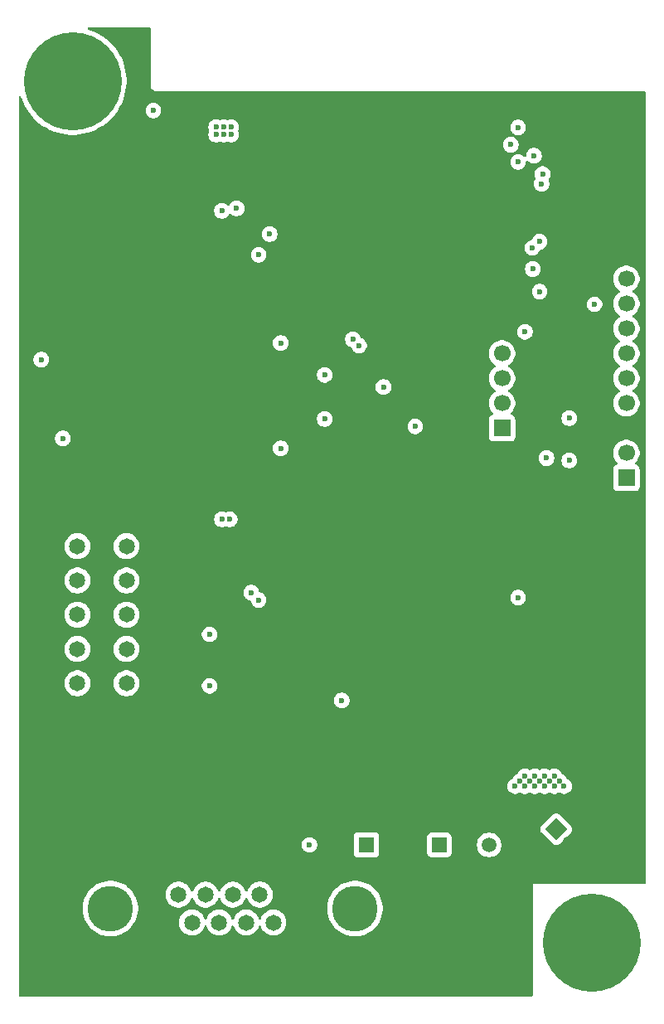
<source format=gbr>
%TF.GenerationSoftware,KiCad,Pcbnew,9.0.1*%
%TF.CreationDate,2025-06-17T15:21:47+02:00*%
%TF.ProjectId,open_g,6f70656e-5f67-42e6-9b69-6361645f7063,rev?*%
%TF.SameCoordinates,Original*%
%TF.FileFunction,Copper,L3,Inr*%
%TF.FilePolarity,Positive*%
%FSLAX46Y46*%
G04 Gerber Fmt 4.6, Leading zero omitted, Abs format (unit mm)*
G04 Created by KiCad (PCBNEW 9.0.1) date 2025-06-17 15:21:47*
%MOMM*%
%LPD*%
G01*
G04 APERTURE LIST*
G04 Aperture macros list*
%AMRotRect*
0 Rectangle, with rotation*
0 The origin of the aperture is its center*
0 $1 length*
0 $2 width*
0 $3 Rotation angle, in degrees counterclockwise*
0 Add horizontal line*
21,1,$1,$2,0,0,$3*%
G04 Aperture macros list end*
%TA.AperFunction,ComponentPad*%
%ADD10C,0.900000*%
%TD*%
%TA.AperFunction,ComponentPad*%
%ADD11C,10.000000*%
%TD*%
%TA.AperFunction,ComponentPad*%
%ADD12C,4.650000*%
%TD*%
%TA.AperFunction,ComponentPad*%
%ADD13C,1.650000*%
%TD*%
%TA.AperFunction,ComponentPad*%
%ADD14R,1.650000X1.650000*%
%TD*%
%TA.AperFunction,ComponentPad*%
%ADD15R,1.500000X1.500000*%
%TD*%
%TA.AperFunction,ComponentPad*%
%ADD16C,1.500000*%
%TD*%
%TA.AperFunction,ComponentPad*%
%ADD17R,1.600000X1.600000*%
%TD*%
%TA.AperFunction,ComponentPad*%
%ADD18C,1.600000*%
%TD*%
%TA.AperFunction,HeatsinkPad*%
%ADD19C,0.600000*%
%TD*%
%TA.AperFunction,ComponentPad*%
%ADD20RotRect,1.600000X1.600000X315.000000*%
%TD*%
%TA.AperFunction,ComponentPad*%
%ADD21R,1.700000X1.700000*%
%TD*%
%TA.AperFunction,ComponentPad*%
%ADD22C,1.700000*%
%TD*%
%TA.AperFunction,ViaPad*%
%ADD23C,0.600000*%
%TD*%
G04 APERTURE END LIST*
D10*
%TO.N,N/C*%
%TO.C,H1*%
X162750000Y-144000000D03*
X161651650Y-146651650D03*
X161651650Y-141348350D03*
X159000000Y-147750000D03*
D11*
X159000000Y-144000000D03*
D10*
X159000000Y-140250000D03*
X156348350Y-146651650D03*
X156348350Y-141348350D03*
X155250000Y-144000000D03*
%TD*%
%TO.N,N/C*%
%TO.C,H2*%
X109750000Y-56000000D03*
X108651650Y-58651650D03*
X108651650Y-53348350D03*
X106000000Y-59750000D03*
D11*
X106000000Y-56000000D03*
D10*
X106000000Y-52250000D03*
X103348350Y-58651650D03*
X103348350Y-53348350D03*
X102250000Y-56000000D03*
%TD*%
D12*
%TO.N,N/C*%
%TO.C,J1*%
X109860000Y-140500000D03*
X134850000Y-140500000D03*
D13*
%TO.N,unconnected-(J1-Pad9)*%
X118200000Y-141920000D03*
%TO.N,unconnected-(J1-Pad8)*%
X120970000Y-141920000D03*
%TO.N,unconnected-(J1-Pad7)*%
X123740000Y-141920000D03*
%TO.N,unconnected-(J1-Pad6)*%
X126510000Y-141920000D03*
%TO.N,/UART_1_TX_IO*%
X116815000Y-139080000D03*
%TO.N,/UART_1_RX_IO*%
X119585000Y-139080000D03*
%TO.N,unconnected-(J1-Pad3)*%
X122355000Y-139080000D03*
%TO.N,+12V*%
X125125000Y-139080000D03*
D14*
%TO.N,GND*%
X127895000Y-139080000D03*
%TD*%
D15*
%TO.N,+12V*%
%TO.C,PS1*%
X143460000Y-134000000D03*
D16*
%TO.N,GND*%
X146000000Y-134000000D03*
%TO.N,+3V3*%
X148540000Y-134000000D03*
%TD*%
D17*
%TO.N,+12V*%
%TO.C,C2*%
X136000000Y-134000000D03*
D18*
%TO.N,GND*%
X136000000Y-132000000D03*
%TD*%
D19*
%TO.N,GND*%
%TO.C,U1*%
X136200000Y-64630000D03*
X136200000Y-66030000D03*
X136900000Y-63930000D03*
X136900000Y-65330000D03*
X136900000Y-66730000D03*
X137575000Y-64630000D03*
X137575000Y-66030000D03*
X138300000Y-63930000D03*
X138300000Y-65330000D03*
X138300000Y-66730000D03*
X139000000Y-64630000D03*
X139000000Y-66030000D03*
%TD*%
D20*
%TO.N,+3V3*%
%TO.C,C3*%
X155385786Y-132385786D03*
D18*
%TO.N,GND*%
X156800000Y-133800000D03*
%TD*%
D21*
%TO.N,+3V3*%
%TO.C,J3*%
X162560000Y-96520000D03*
D22*
X162560000Y-93980000D03*
%TO.N,GND*%
X162560000Y-91440001D03*
%TO.N,Net-(J3-Pin_4)*%
X162560000Y-88900000D03*
%TO.N,Net-(J3-Pin_5)*%
X162560000Y-86360000D03*
%TO.N,/SDO_SA0*%
X162560000Y-83820000D03*
%TO.N,/CS_5V*%
X162560000Y-81280000D03*
%TO.N,/ISM_INT_1*%
X162560000Y-78739999D03*
%TO.N,/ISM_INT_2*%
X162560000Y-76200000D03*
%TD*%
D21*
%TO.N,/ISM_SCX*%
%TO.C,J4*%
X149860000Y-91440000D03*
D22*
%TO.N,/ISM_SDX*%
X149860000Y-88900000D03*
%TO.N,/OCS_AUX*%
X149860000Y-86360000D03*
%TO.N,/SDO_AUX*%
X149860000Y-83820000D03*
%TO.N,GND*%
X149860000Y-81280000D03*
%TD*%
D14*
%TO.N,GND*%
%TO.C,J5*%
X111500000Y-121000000D03*
D13*
X106500000Y-121000000D03*
%TO.N,+3V3*%
X111500000Y-117500000D03*
X106500000Y-117500000D03*
%TO.N,/UART_2_TX*%
X111500000Y-114000000D03*
X106500000Y-114000000D03*
%TO.N,/UART_2_RX*%
X111500000Y-110500000D03*
X106500000Y-110500000D03*
%TO.N,/I2C_3_SCL*%
X111500000Y-107000000D03*
X106500000Y-107000000D03*
%TO.N,/I2C_3_SDA*%
X111500000Y-103500000D03*
X106500000Y-103500000D03*
%TD*%
D23*
%TO.N,+3V3*%
X159300000Y-78800000D03*
%TO.N,GND*%
X148082000Y-93421200D03*
X145288000Y-85598000D03*
X151765000Y-58420000D03*
X162000000Y-113750000D03*
X120650000Y-58166000D03*
X102800000Y-86940000D03*
X122000000Y-119250000D03*
X121412000Y-58928000D03*
X151257000Y-58928000D03*
X160250000Y-74250000D03*
X149750000Y-102250000D03*
X162000000Y-105750000D03*
X133500000Y-78500000D03*
X152273000Y-57912000D03*
X121412000Y-58166000D03*
X151500000Y-106500000D03*
X158369000Y-94488000D03*
X162000000Y-110750000D03*
X151003000Y-58166000D03*
X121412000Y-57404000D03*
X105000000Y-90500000D03*
X116000000Y-62500000D03*
X120650000Y-58928000D03*
X117000000Y-62500000D03*
X149750000Y-115500000D03*
X120650000Y-57404000D03*
X151511000Y-57658000D03*
%TO.N,+3V3*%
X154200000Y-127000000D03*
X153200000Y-128000000D03*
X153700000Y-127500000D03*
X155200000Y-128000000D03*
X151500000Y-108750000D03*
X151200000Y-128000000D03*
X154400000Y-94500000D03*
X114250000Y-59000000D03*
X152200000Y-81600000D03*
X152200000Y-128000000D03*
X152200000Y-127000000D03*
X120650000Y-61468000D03*
X121412000Y-61468000D03*
X127250000Y-82750000D03*
X152700000Y-127500000D03*
X154700000Y-127500000D03*
X102800000Y-84440000D03*
X155200000Y-127000000D03*
X120000000Y-112500000D03*
X127250000Y-93500000D03*
X120650000Y-60706000D03*
X154200000Y-128000000D03*
X151700000Y-127500000D03*
X156200000Y-128000000D03*
X121412000Y-60706000D03*
X133500000Y-119250000D03*
X155700000Y-127500000D03*
X105000000Y-92500000D03*
X153200000Y-127000000D03*
X122174000Y-60706000D03*
X120000000Y-117750000D03*
X122174000Y-61468000D03*
%TO.N,+12V*%
X130200000Y-134000000D03*
%TO.N,/UART_1_TX*%
X134625000Y-82375000D03*
X150750000Y-62500000D03*
%TO.N,/UART_1_RX*%
X151500000Y-64250000D03*
X135250000Y-83000000D03*
%TO.N,/SPI_MISO*%
X137750000Y-87250000D03*
X141000000Y-91250000D03*
%TO.N,/I2C_1_SCL*%
X153700000Y-77500000D03*
X153700000Y-72400000D03*
%TO.N,/I2C_1_SDA*%
X152950003Y-73038138D03*
X153000000Y-75200000D03*
%TO.N,/I2C_2_SDA*%
X131750000Y-90500000D03*
X153125000Y-63625000D03*
%TO.N,/I2C_2_SCL*%
X131750000Y-86000000D03*
X151500000Y-60750000D03*
%TO.N,/UART_2_TX*%
X125000000Y-73750000D03*
X125000000Y-109000000D03*
%TO.N,/UART_2_RX*%
X126125000Y-71625000D03*
X124250000Y-108250000D03*
%TO.N,Net-(U1-IO33)*%
X122750000Y-69000000D03*
X122050003Y-100750000D03*
%TO.N,Net-(U1-IO32)*%
X121250000Y-69250000D03*
X121250000Y-100750000D03*
%TO.N,/CS_5V*%
X156718000Y-90424000D03*
%TO.N,/SDO_SA0*%
X156718000Y-94742000D03*
%TO.N,/ISM_INT_2*%
X154000000Y-65500000D03*
%TO.N,/ISM_INT_1*%
X153900000Y-66500000D03*
%TD*%
%TA.AperFunction,Conductor*%
%TO.N,GND*%
G36*
X113942539Y-50520185D02*
G01*
X113988294Y-50572989D01*
X113999500Y-50624500D01*
X113999500Y-56565891D01*
X114033608Y-56693187D01*
X114066554Y-56750250D01*
X114099500Y-56807314D01*
X114192686Y-56900500D01*
X114306814Y-56966392D01*
X114434108Y-57000500D01*
X164375500Y-57000500D01*
X164442539Y-57020185D01*
X164488294Y-57072989D01*
X164499500Y-57124500D01*
X164499500Y-137876000D01*
X164479815Y-137943039D01*
X164427011Y-137988794D01*
X164375500Y-138000000D01*
X153000000Y-138000000D01*
X153000000Y-149375500D01*
X152980315Y-149442539D01*
X152927511Y-149488294D01*
X152876000Y-149499500D01*
X100624500Y-149499500D01*
X100557461Y-149479815D01*
X100511706Y-149427011D01*
X100500500Y-149375500D01*
X100500500Y-140341316D01*
X107034500Y-140341316D01*
X107034500Y-140658683D01*
X107070029Y-140974020D01*
X107070032Y-140974034D01*
X107140649Y-141283430D01*
X107140653Y-141283442D01*
X107245466Y-141582979D01*
X107383158Y-141868898D01*
X107383160Y-141868901D01*
X107552002Y-142137612D01*
X107749868Y-142385729D01*
X107974271Y-142610132D01*
X108222388Y-142807998D01*
X108491099Y-142976840D01*
X108777024Y-143114535D01*
X109001994Y-143193255D01*
X109076557Y-143219346D01*
X109076569Y-143219350D01*
X109385965Y-143289968D01*
X109385974Y-143289969D01*
X109385979Y-143289970D01*
X109596203Y-143313656D01*
X109701317Y-143325499D01*
X109701320Y-143325500D01*
X109701323Y-143325500D01*
X110018680Y-143325500D01*
X110018681Y-143325499D01*
X110179845Y-143307340D01*
X110334020Y-143289970D01*
X110334023Y-143289969D01*
X110334035Y-143289968D01*
X110643431Y-143219350D01*
X110942976Y-143114535D01*
X111228901Y-142976840D01*
X111497612Y-142807998D01*
X111745729Y-142610132D01*
X111970132Y-142385729D01*
X112167998Y-142137612D01*
X112336840Y-141868901D01*
X112362472Y-141815675D01*
X116874500Y-141815675D01*
X116874500Y-142024324D01*
X116907137Y-142230389D01*
X116971612Y-142428820D01*
X117063995Y-142610132D01*
X117066330Y-142614714D01*
X117188965Y-142783505D01*
X117336495Y-142931035D01*
X117505286Y-143053670D01*
X117593116Y-143098421D01*
X117691179Y-143148387D01*
X117691181Y-143148387D01*
X117691184Y-143148389D01*
X117797545Y-143182948D01*
X117889610Y-143212862D01*
X118095676Y-143245500D01*
X118095681Y-143245500D01*
X118304324Y-143245500D01*
X118510389Y-143212862D01*
X118708816Y-143148389D01*
X118894714Y-143053670D01*
X119063505Y-142931035D01*
X119211035Y-142783505D01*
X119333670Y-142614714D01*
X119428389Y-142428816D01*
X119467069Y-142309770D01*
X119506507Y-142252096D01*
X119570866Y-142224898D01*
X119639712Y-142236813D01*
X119691188Y-142284057D01*
X119702930Y-142309769D01*
X119741611Y-142428816D01*
X119836330Y-142614714D01*
X119958965Y-142783505D01*
X120106495Y-142931035D01*
X120275286Y-143053670D01*
X120363116Y-143098421D01*
X120461179Y-143148387D01*
X120461181Y-143148387D01*
X120461184Y-143148389D01*
X120567545Y-143182948D01*
X120659610Y-143212862D01*
X120865676Y-143245500D01*
X120865681Y-143245500D01*
X121074324Y-143245500D01*
X121280389Y-143212862D01*
X121478816Y-143148389D01*
X121664714Y-143053670D01*
X121833505Y-142931035D01*
X121981035Y-142783505D01*
X122103670Y-142614714D01*
X122198389Y-142428816D01*
X122237069Y-142309770D01*
X122276507Y-142252096D01*
X122340866Y-142224898D01*
X122409712Y-142236813D01*
X122461188Y-142284057D01*
X122472930Y-142309769D01*
X122511611Y-142428816D01*
X122606330Y-142614714D01*
X122728965Y-142783505D01*
X122876495Y-142931035D01*
X123045286Y-143053670D01*
X123133116Y-143098421D01*
X123231179Y-143148387D01*
X123231181Y-143148387D01*
X123231184Y-143148389D01*
X123337545Y-143182948D01*
X123429610Y-143212862D01*
X123635676Y-143245500D01*
X123635681Y-143245500D01*
X123844324Y-143245500D01*
X124050389Y-143212862D01*
X124248816Y-143148389D01*
X124434714Y-143053670D01*
X124603505Y-142931035D01*
X124751035Y-142783505D01*
X124873670Y-142614714D01*
X124968389Y-142428816D01*
X125007069Y-142309770D01*
X125046507Y-142252096D01*
X125110866Y-142224898D01*
X125179712Y-142236813D01*
X125231188Y-142284057D01*
X125242930Y-142309769D01*
X125281611Y-142428816D01*
X125376330Y-142614714D01*
X125498965Y-142783505D01*
X125646495Y-142931035D01*
X125815286Y-143053670D01*
X125903116Y-143098421D01*
X126001179Y-143148387D01*
X126001181Y-143148387D01*
X126001184Y-143148389D01*
X126107545Y-143182948D01*
X126199610Y-143212862D01*
X126405676Y-143245500D01*
X126405681Y-143245500D01*
X126614324Y-143245500D01*
X126820389Y-143212862D01*
X127018816Y-143148389D01*
X127204714Y-143053670D01*
X127373505Y-142931035D01*
X127521035Y-142783505D01*
X127643670Y-142614714D01*
X127738389Y-142428816D01*
X127802862Y-142230389D01*
X127803732Y-142224898D01*
X127835500Y-142024324D01*
X127835500Y-141815675D01*
X127802862Y-141609610D01*
X127738387Y-141411179D01*
X127673296Y-141283431D01*
X127643670Y-141225286D01*
X127521035Y-141056495D01*
X127373505Y-140908965D01*
X127204714Y-140786330D01*
X127018820Y-140691612D01*
X126820389Y-140627137D01*
X126614324Y-140594500D01*
X126614319Y-140594500D01*
X126405681Y-140594500D01*
X126405676Y-140594500D01*
X126199610Y-140627137D01*
X126001179Y-140691612D01*
X125815285Y-140786330D01*
X125646493Y-140908966D01*
X125498966Y-141056493D01*
X125376330Y-141225285D01*
X125281612Y-141411179D01*
X125242931Y-141530228D01*
X125203493Y-141587903D01*
X125139134Y-141615101D01*
X125070288Y-141603186D01*
X125018812Y-141555942D01*
X125007069Y-141530228D01*
X124968387Y-141411179D01*
X124903296Y-141283431D01*
X124873670Y-141225286D01*
X124751035Y-141056495D01*
X124603505Y-140908965D01*
X124434714Y-140786330D01*
X124248820Y-140691612D01*
X124050389Y-140627137D01*
X123844324Y-140594500D01*
X123844319Y-140594500D01*
X123635681Y-140594500D01*
X123635676Y-140594500D01*
X123429610Y-140627137D01*
X123231179Y-140691612D01*
X123045285Y-140786330D01*
X122876493Y-140908966D01*
X122728966Y-141056493D01*
X122606330Y-141225285D01*
X122511612Y-141411179D01*
X122472931Y-141530228D01*
X122433493Y-141587903D01*
X122369134Y-141615101D01*
X122300288Y-141603186D01*
X122248812Y-141555942D01*
X122237069Y-141530228D01*
X122198387Y-141411179D01*
X122133296Y-141283431D01*
X122103670Y-141225286D01*
X121981035Y-141056495D01*
X121833505Y-140908965D01*
X121664714Y-140786330D01*
X121478820Y-140691612D01*
X121280389Y-140627137D01*
X121074324Y-140594500D01*
X121074319Y-140594500D01*
X120865681Y-140594500D01*
X120865676Y-140594500D01*
X120659610Y-140627137D01*
X120461179Y-140691612D01*
X120275285Y-140786330D01*
X120106493Y-140908966D01*
X119958966Y-141056493D01*
X119836330Y-141225285D01*
X119741612Y-141411179D01*
X119702931Y-141530228D01*
X119663493Y-141587903D01*
X119599134Y-141615101D01*
X119530288Y-141603186D01*
X119478812Y-141555942D01*
X119467069Y-141530228D01*
X119428387Y-141411179D01*
X119363296Y-141283431D01*
X119333670Y-141225286D01*
X119211035Y-141056495D01*
X119063505Y-140908965D01*
X118894714Y-140786330D01*
X118708820Y-140691612D01*
X118510389Y-140627137D01*
X118304324Y-140594500D01*
X118304319Y-140594500D01*
X118095681Y-140594500D01*
X118095676Y-140594500D01*
X117889610Y-140627137D01*
X117691179Y-140691612D01*
X117505285Y-140786330D01*
X117336493Y-140908966D01*
X117188966Y-141056493D01*
X117066330Y-141225285D01*
X116971612Y-141411179D01*
X116907137Y-141609610D01*
X116874500Y-141815675D01*
X112362472Y-141815675D01*
X112474535Y-141582976D01*
X112579350Y-141283431D01*
X112649968Y-140974035D01*
X112657300Y-140908966D01*
X112685499Y-140658683D01*
X112685500Y-140658679D01*
X112685500Y-140341320D01*
X112685499Y-140341316D01*
X112649970Y-140025979D01*
X112649969Y-140025974D01*
X112649968Y-140025965D01*
X112579350Y-139716569D01*
X112474535Y-139417024D01*
X112336840Y-139131099D01*
X112239181Y-138975675D01*
X115489500Y-138975675D01*
X115489500Y-139184324D01*
X115522137Y-139390389D01*
X115586612Y-139588820D01*
X115651704Y-139716569D01*
X115681330Y-139774714D01*
X115803965Y-139943505D01*
X115951495Y-140091035D01*
X116120286Y-140213670D01*
X116208116Y-140258421D01*
X116306179Y-140308387D01*
X116306181Y-140308387D01*
X116306184Y-140308389D01*
X116407523Y-140341316D01*
X116504610Y-140372862D01*
X116710676Y-140405500D01*
X116710681Y-140405500D01*
X116919324Y-140405500D01*
X117125389Y-140372862D01*
X117323816Y-140308389D01*
X117509714Y-140213670D01*
X117678505Y-140091035D01*
X117826035Y-139943505D01*
X117948670Y-139774714D01*
X118043389Y-139588816D01*
X118082069Y-139469770D01*
X118121507Y-139412096D01*
X118185866Y-139384898D01*
X118254712Y-139396813D01*
X118306188Y-139444057D01*
X118317930Y-139469769D01*
X118356611Y-139588816D01*
X118451330Y-139774714D01*
X118573965Y-139943505D01*
X118721495Y-140091035D01*
X118890286Y-140213670D01*
X118978116Y-140258421D01*
X119076179Y-140308387D01*
X119076181Y-140308387D01*
X119076184Y-140308389D01*
X119177523Y-140341316D01*
X119274610Y-140372862D01*
X119480676Y-140405500D01*
X119480681Y-140405500D01*
X119689324Y-140405500D01*
X119895389Y-140372862D01*
X120093816Y-140308389D01*
X120279714Y-140213670D01*
X120448505Y-140091035D01*
X120596035Y-139943505D01*
X120718670Y-139774714D01*
X120813389Y-139588816D01*
X120852069Y-139469770D01*
X120891507Y-139412096D01*
X120955866Y-139384898D01*
X121024712Y-139396813D01*
X121076188Y-139444057D01*
X121087930Y-139469769D01*
X121126611Y-139588816D01*
X121221330Y-139774714D01*
X121343965Y-139943505D01*
X121491495Y-140091035D01*
X121660286Y-140213670D01*
X121748116Y-140258421D01*
X121846179Y-140308387D01*
X121846181Y-140308387D01*
X121846184Y-140308389D01*
X121947523Y-140341316D01*
X122044610Y-140372862D01*
X122250676Y-140405500D01*
X122250681Y-140405500D01*
X122459324Y-140405500D01*
X122665389Y-140372862D01*
X122863816Y-140308389D01*
X123049714Y-140213670D01*
X123218505Y-140091035D01*
X123366035Y-139943505D01*
X123488670Y-139774714D01*
X123583389Y-139588816D01*
X123622069Y-139469770D01*
X123661507Y-139412096D01*
X123725866Y-139384898D01*
X123794712Y-139396813D01*
X123846188Y-139444057D01*
X123857930Y-139469769D01*
X123896611Y-139588816D01*
X123991330Y-139774714D01*
X124113965Y-139943505D01*
X124261495Y-140091035D01*
X124430286Y-140213670D01*
X124518116Y-140258421D01*
X124616179Y-140308387D01*
X124616181Y-140308387D01*
X124616184Y-140308389D01*
X124717523Y-140341316D01*
X124814610Y-140372862D01*
X125020676Y-140405500D01*
X125020681Y-140405500D01*
X125229324Y-140405500D01*
X125435389Y-140372862D01*
X125532477Y-140341316D01*
X132024500Y-140341316D01*
X132024500Y-140658683D01*
X132060029Y-140974020D01*
X132060032Y-140974034D01*
X132130649Y-141283430D01*
X132130653Y-141283442D01*
X132235466Y-141582979D01*
X132373158Y-141868898D01*
X132373160Y-141868901D01*
X132542002Y-142137612D01*
X132739868Y-142385729D01*
X132964271Y-142610132D01*
X133212388Y-142807998D01*
X133481099Y-142976840D01*
X133767024Y-143114535D01*
X133991994Y-143193255D01*
X134066557Y-143219346D01*
X134066569Y-143219350D01*
X134375965Y-143289968D01*
X134375974Y-143289969D01*
X134375979Y-143289970D01*
X134586203Y-143313656D01*
X134691317Y-143325499D01*
X134691320Y-143325500D01*
X134691323Y-143325500D01*
X135008680Y-143325500D01*
X135008681Y-143325499D01*
X135169845Y-143307340D01*
X135324020Y-143289970D01*
X135324023Y-143289969D01*
X135324035Y-143289968D01*
X135633431Y-143219350D01*
X135932976Y-143114535D01*
X136218901Y-142976840D01*
X136487612Y-142807998D01*
X136735729Y-142610132D01*
X136960132Y-142385729D01*
X137157998Y-142137612D01*
X137326840Y-141868901D01*
X137464535Y-141582976D01*
X137569350Y-141283431D01*
X137639968Y-140974035D01*
X137647300Y-140908966D01*
X137675499Y-140658683D01*
X137675500Y-140658679D01*
X137675500Y-140341320D01*
X137675499Y-140341316D01*
X137639970Y-140025979D01*
X137639969Y-140025974D01*
X137639968Y-140025965D01*
X137569350Y-139716569D01*
X137464535Y-139417024D01*
X137326840Y-139131099D01*
X137157998Y-138862388D01*
X136960132Y-138614271D01*
X136735729Y-138389868D01*
X136729983Y-138385286D01*
X136518325Y-138216495D01*
X136487612Y-138192002D01*
X136218901Y-138023160D01*
X136218898Y-138023158D01*
X135932979Y-137885466D01*
X135633442Y-137780653D01*
X135633430Y-137780649D01*
X135394652Y-137726149D01*
X135324035Y-137710032D01*
X135324032Y-137710031D01*
X135324020Y-137710029D01*
X135008683Y-137674500D01*
X135008677Y-137674500D01*
X134691323Y-137674500D01*
X134691316Y-137674500D01*
X134375979Y-137710029D01*
X134375965Y-137710032D01*
X134066569Y-137780649D01*
X134066557Y-137780653D01*
X133767020Y-137885466D01*
X133481101Y-138023158D01*
X133212389Y-138192001D01*
X132964271Y-138389867D01*
X132739867Y-138614271D01*
X132542001Y-138862389D01*
X132373158Y-139131101D01*
X132235466Y-139417020D01*
X132130653Y-139716557D01*
X132130649Y-139716569D01*
X132060032Y-140025965D01*
X132060029Y-140025979D01*
X132024500Y-140341316D01*
X125532477Y-140341316D01*
X125633816Y-140308389D01*
X125819714Y-140213670D01*
X125988505Y-140091035D01*
X126136035Y-139943505D01*
X126258670Y-139774714D01*
X126353389Y-139588816D01*
X126417862Y-139390389D01*
X126418732Y-139384898D01*
X126450500Y-139184324D01*
X126450500Y-138975675D01*
X126417862Y-138769610D01*
X126353387Y-138571179D01*
X126303421Y-138473116D01*
X126258670Y-138385286D01*
X126136035Y-138216495D01*
X125988505Y-138068965D01*
X125819714Y-137946330D01*
X125813255Y-137943039D01*
X125633820Y-137851612D01*
X125435389Y-137787137D01*
X125229324Y-137754500D01*
X125229319Y-137754500D01*
X125020681Y-137754500D01*
X125020676Y-137754500D01*
X124814610Y-137787137D01*
X124616179Y-137851612D01*
X124430285Y-137946330D01*
X124261493Y-138068966D01*
X124113966Y-138216493D01*
X123991330Y-138385285D01*
X123896612Y-138571179D01*
X123857931Y-138690228D01*
X123818493Y-138747903D01*
X123754134Y-138775101D01*
X123685288Y-138763186D01*
X123633812Y-138715942D01*
X123622069Y-138690228D01*
X123583387Y-138571179D01*
X123533421Y-138473116D01*
X123488670Y-138385286D01*
X123366035Y-138216495D01*
X123218505Y-138068965D01*
X123049714Y-137946330D01*
X123043255Y-137943039D01*
X122863820Y-137851612D01*
X122665389Y-137787137D01*
X122459324Y-137754500D01*
X122459319Y-137754500D01*
X122250681Y-137754500D01*
X122250676Y-137754500D01*
X122044610Y-137787137D01*
X121846179Y-137851612D01*
X121660285Y-137946330D01*
X121491493Y-138068966D01*
X121343966Y-138216493D01*
X121221330Y-138385285D01*
X121126612Y-138571179D01*
X121087931Y-138690228D01*
X121048493Y-138747903D01*
X120984134Y-138775101D01*
X120915288Y-138763186D01*
X120863812Y-138715942D01*
X120852069Y-138690228D01*
X120813387Y-138571179D01*
X120763421Y-138473116D01*
X120718670Y-138385286D01*
X120596035Y-138216495D01*
X120448505Y-138068965D01*
X120279714Y-137946330D01*
X120273255Y-137943039D01*
X120093820Y-137851612D01*
X119895389Y-137787137D01*
X119689324Y-137754500D01*
X119689319Y-137754500D01*
X119480681Y-137754500D01*
X119480676Y-137754500D01*
X119274610Y-137787137D01*
X119076179Y-137851612D01*
X118890285Y-137946330D01*
X118721493Y-138068966D01*
X118573966Y-138216493D01*
X118451330Y-138385285D01*
X118356612Y-138571179D01*
X118317931Y-138690228D01*
X118278493Y-138747903D01*
X118214134Y-138775101D01*
X118145288Y-138763186D01*
X118093812Y-138715942D01*
X118082069Y-138690228D01*
X118043387Y-138571179D01*
X117993421Y-138473116D01*
X117948670Y-138385286D01*
X117826035Y-138216495D01*
X117678505Y-138068965D01*
X117509714Y-137946330D01*
X117503255Y-137943039D01*
X117323820Y-137851612D01*
X117125389Y-137787137D01*
X116919324Y-137754500D01*
X116919319Y-137754500D01*
X116710681Y-137754500D01*
X116710676Y-137754500D01*
X116504610Y-137787137D01*
X116306179Y-137851612D01*
X116120285Y-137946330D01*
X115951493Y-138068966D01*
X115803966Y-138216493D01*
X115681330Y-138385285D01*
X115586612Y-138571179D01*
X115522137Y-138769610D01*
X115489500Y-138975675D01*
X112239181Y-138975675D01*
X112167998Y-138862388D01*
X111970132Y-138614271D01*
X111745729Y-138389868D01*
X111739983Y-138385286D01*
X111528325Y-138216495D01*
X111497612Y-138192002D01*
X111228901Y-138023160D01*
X111228898Y-138023158D01*
X110942979Y-137885466D01*
X110643442Y-137780653D01*
X110643430Y-137780649D01*
X110404652Y-137726149D01*
X110334035Y-137710032D01*
X110334032Y-137710031D01*
X110334020Y-137710029D01*
X110018683Y-137674500D01*
X110018677Y-137674500D01*
X109701323Y-137674500D01*
X109701316Y-137674500D01*
X109385979Y-137710029D01*
X109385965Y-137710032D01*
X109076569Y-137780649D01*
X109076557Y-137780653D01*
X108777020Y-137885466D01*
X108491101Y-138023158D01*
X108222389Y-138192001D01*
X107974271Y-138389867D01*
X107749867Y-138614271D01*
X107552001Y-138862389D01*
X107383158Y-139131101D01*
X107245466Y-139417020D01*
X107140653Y-139716557D01*
X107140649Y-139716569D01*
X107070032Y-140025965D01*
X107070029Y-140025979D01*
X107034500Y-140341316D01*
X100500500Y-140341316D01*
X100500500Y-133921153D01*
X129399500Y-133921153D01*
X129399500Y-134078846D01*
X129430261Y-134233489D01*
X129430264Y-134233501D01*
X129490602Y-134379172D01*
X129490609Y-134379185D01*
X129578210Y-134510288D01*
X129578213Y-134510292D01*
X129689707Y-134621786D01*
X129689711Y-134621789D01*
X129820814Y-134709390D01*
X129820827Y-134709397D01*
X129966498Y-134769735D01*
X129966503Y-134769737D01*
X130108002Y-134797883D01*
X130121153Y-134800499D01*
X130121156Y-134800500D01*
X130121158Y-134800500D01*
X130278844Y-134800500D01*
X130278845Y-134800499D01*
X130433497Y-134769737D01*
X130579179Y-134709394D01*
X130710289Y-134621789D01*
X130821789Y-134510289D01*
X130909394Y-134379179D01*
X130969737Y-134233497D01*
X131000500Y-134078842D01*
X131000500Y-133921158D01*
X131000500Y-133921155D01*
X131000499Y-133921153D01*
X130969738Y-133766510D01*
X130969737Y-133766503D01*
X130969735Y-133766498D01*
X130909397Y-133620827D01*
X130909390Y-133620814D01*
X130821789Y-133489711D01*
X130821786Y-133489707D01*
X130710292Y-133378213D01*
X130710288Y-133378210D01*
X130579185Y-133290609D01*
X130579172Y-133290602D01*
X130513419Y-133263367D01*
X130433501Y-133230264D01*
X130433489Y-133230261D01*
X130278845Y-133199500D01*
X130278842Y-133199500D01*
X130121158Y-133199500D01*
X130121155Y-133199500D01*
X129966510Y-133230261D01*
X129966498Y-133230264D01*
X129820827Y-133290602D01*
X129820814Y-133290609D01*
X129689711Y-133378210D01*
X129689707Y-133378213D01*
X129578213Y-133489707D01*
X129578210Y-133489711D01*
X129490609Y-133620814D01*
X129490602Y-133620827D01*
X129430264Y-133766498D01*
X129430261Y-133766510D01*
X129399500Y-133921153D01*
X100500500Y-133921153D01*
X100500500Y-133152135D01*
X134699500Y-133152135D01*
X134699500Y-134847870D01*
X134699501Y-134847876D01*
X134705908Y-134907483D01*
X134756202Y-135042328D01*
X134756206Y-135042335D01*
X134842452Y-135157544D01*
X134842455Y-135157547D01*
X134957664Y-135243793D01*
X134957671Y-135243797D01*
X135092517Y-135294091D01*
X135092516Y-135294091D01*
X135099444Y-135294835D01*
X135152127Y-135300500D01*
X136847872Y-135300499D01*
X136907483Y-135294091D01*
X137042331Y-135243796D01*
X137157546Y-135157546D01*
X137243796Y-135042331D01*
X137294091Y-134907483D01*
X137300500Y-134847873D01*
X137300499Y-133202135D01*
X142209500Y-133202135D01*
X142209500Y-134797870D01*
X142209501Y-134797876D01*
X142215908Y-134857483D01*
X142266202Y-134992328D01*
X142266206Y-134992335D01*
X142352452Y-135107544D01*
X142352455Y-135107547D01*
X142467664Y-135193793D01*
X142467671Y-135193797D01*
X142602517Y-135244091D01*
X142602516Y-135244091D01*
X142609444Y-135244835D01*
X142662127Y-135250500D01*
X144257872Y-135250499D01*
X144317483Y-135244091D01*
X144452331Y-135193796D01*
X144567546Y-135107546D01*
X144653796Y-134992331D01*
X144704091Y-134857483D01*
X144710500Y-134797873D01*
X144710499Y-133901577D01*
X147289500Y-133901577D01*
X147289500Y-134098422D01*
X147320290Y-134292826D01*
X147381117Y-134480029D01*
X147453346Y-134621786D01*
X147470476Y-134655405D01*
X147586172Y-134814646D01*
X147725354Y-134953828D01*
X147884595Y-135069524D01*
X147959214Y-135107544D01*
X148059970Y-135158882D01*
X148059972Y-135158882D01*
X148059975Y-135158884D01*
X148160317Y-135191487D01*
X148247173Y-135219709D01*
X148441578Y-135250500D01*
X148441583Y-135250500D01*
X148638422Y-135250500D01*
X148832826Y-135219709D01*
X148912574Y-135193797D01*
X149020025Y-135158884D01*
X149195405Y-135069524D01*
X149354646Y-134953828D01*
X149493828Y-134814646D01*
X149609524Y-134655405D01*
X149698884Y-134480025D01*
X149759709Y-134292826D01*
X149769107Y-134233489D01*
X149790500Y-134098422D01*
X149790500Y-133901577D01*
X149759709Y-133707173D01*
X149698882Y-133519970D01*
X149626652Y-133378211D01*
X149609524Y-133344595D01*
X149493828Y-133185354D01*
X149354646Y-133046172D01*
X149195405Y-132930476D01*
X149020029Y-132841117D01*
X148832826Y-132780290D01*
X148638422Y-132749500D01*
X148638417Y-132749500D01*
X148441583Y-132749500D01*
X148441578Y-132749500D01*
X148247173Y-132780290D01*
X148059970Y-132841117D01*
X147884594Y-132930476D01*
X147793741Y-132996485D01*
X147725354Y-133046172D01*
X147725352Y-133046174D01*
X147725351Y-133046174D01*
X147586174Y-133185351D01*
X147586174Y-133185352D01*
X147586172Y-133185354D01*
X147573980Y-133202135D01*
X147470476Y-133344594D01*
X147381117Y-133519970D01*
X147320290Y-133707173D01*
X147289500Y-133901577D01*
X144710499Y-133901577D01*
X144710499Y-133202128D01*
X144704091Y-133142517D01*
X144685442Y-133092517D01*
X144653797Y-133007671D01*
X144653793Y-133007664D01*
X144567547Y-132892455D01*
X144567544Y-132892452D01*
X144452335Y-132806206D01*
X144452328Y-132806202D01*
X144317482Y-132755908D01*
X144317483Y-132755908D01*
X144257883Y-132749501D01*
X144257881Y-132749500D01*
X144257873Y-132749500D01*
X144257864Y-132749500D01*
X142662129Y-132749500D01*
X142662123Y-132749501D01*
X142602516Y-132755908D01*
X142467671Y-132806202D01*
X142467664Y-132806206D01*
X142352455Y-132892452D01*
X142352452Y-132892455D01*
X142266206Y-133007664D01*
X142266202Y-133007671D01*
X142215908Y-133142517D01*
X142211303Y-133185354D01*
X142209501Y-133202123D01*
X142209500Y-133202135D01*
X137300499Y-133202135D01*
X137300499Y-133152128D01*
X137294091Y-133092517D01*
X137276806Y-133046174D01*
X137243797Y-132957671D01*
X137243793Y-132957664D01*
X137157547Y-132842455D01*
X137157544Y-132842452D01*
X137042335Y-132756206D01*
X137042328Y-132756202D01*
X136907482Y-132705908D01*
X136907483Y-132705908D01*
X136847883Y-132699501D01*
X136847881Y-132699500D01*
X136847873Y-132699500D01*
X136847864Y-132699500D01*
X135152129Y-132699500D01*
X135152123Y-132699501D01*
X135092516Y-132705908D01*
X134957671Y-132756202D01*
X134957664Y-132756206D01*
X134842455Y-132842452D01*
X134842452Y-132842455D01*
X134756206Y-132957664D01*
X134756202Y-132957671D01*
X134705908Y-133092517D01*
X134700533Y-133142516D01*
X134699501Y-133152123D01*
X134699500Y-133152135D01*
X100500500Y-133152135D01*
X100500500Y-132385786D01*
X153748769Y-132385786D01*
X153769249Y-132528241D01*
X153769250Y-132528245D01*
X153829036Y-132659156D01*
X153829037Y-132659157D01*
X153829038Y-132659159D01*
X153866657Y-132705842D01*
X153866660Y-132705845D01*
X153866665Y-132705851D01*
X154781630Y-133620814D01*
X155065730Y-133904914D01*
X155112413Y-133942534D01*
X155112414Y-133942534D01*
X155112416Y-133942536D01*
X155243326Y-134002321D01*
X155243327Y-134002321D01*
X155243329Y-134002322D01*
X155385786Y-134022803D01*
X155528243Y-134002322D01*
X155659159Y-133942534D01*
X155705842Y-133904915D01*
X156904914Y-132705842D01*
X156942534Y-132659159D01*
X157002322Y-132528243D01*
X157022803Y-132385786D01*
X157002322Y-132243329D01*
X156942534Y-132112413D01*
X156904915Y-132065730D01*
X156904910Y-132065725D01*
X156904906Y-132065720D01*
X155705849Y-130866665D01*
X155705842Y-130866658D01*
X155659159Y-130829038D01*
X155659157Y-130829037D01*
X155659155Y-130829035D01*
X155528245Y-130769250D01*
X155528241Y-130769249D01*
X155385786Y-130748769D01*
X155243330Y-130769249D01*
X155243326Y-130769250D01*
X155112415Y-130829036D01*
X155065720Y-130866665D01*
X153866665Y-132065722D01*
X153866659Y-132065729D01*
X153829037Y-132112414D01*
X153829035Y-132112416D01*
X153769250Y-132243326D01*
X153769249Y-132243330D01*
X153748769Y-132385786D01*
X100500500Y-132385786D01*
X100500500Y-127921153D01*
X150399500Y-127921153D01*
X150399500Y-128078846D01*
X150430261Y-128233489D01*
X150430264Y-128233501D01*
X150490602Y-128379172D01*
X150490609Y-128379185D01*
X150578210Y-128510288D01*
X150578213Y-128510292D01*
X150689707Y-128621786D01*
X150689711Y-128621789D01*
X150820814Y-128709390D01*
X150820827Y-128709397D01*
X150966498Y-128769735D01*
X150966503Y-128769737D01*
X151121153Y-128800499D01*
X151121156Y-128800500D01*
X151121158Y-128800500D01*
X151278844Y-128800500D01*
X151278845Y-128800499D01*
X151433497Y-128769737D01*
X151579179Y-128709394D01*
X151631110Y-128674694D01*
X151697785Y-128653816D01*
X151765165Y-128672300D01*
X151768863Y-128674676D01*
X151820821Y-128709394D01*
X151820823Y-128709395D01*
X151820825Y-128709396D01*
X151966498Y-128769735D01*
X151966503Y-128769737D01*
X152121153Y-128800499D01*
X152121156Y-128800500D01*
X152121158Y-128800500D01*
X152278844Y-128800500D01*
X152278845Y-128800499D01*
X152433497Y-128769737D01*
X152579179Y-128709394D01*
X152631110Y-128674694D01*
X152697785Y-128653816D01*
X152765165Y-128672300D01*
X152768863Y-128674676D01*
X152820821Y-128709394D01*
X152820823Y-128709395D01*
X152820825Y-128709396D01*
X152966498Y-128769735D01*
X152966503Y-128769737D01*
X153121153Y-128800499D01*
X153121156Y-128800500D01*
X153121158Y-128800500D01*
X153278844Y-128800500D01*
X153278845Y-128800499D01*
X153433497Y-128769737D01*
X153579179Y-128709394D01*
X153631110Y-128674694D01*
X153697785Y-128653816D01*
X153765165Y-128672300D01*
X153768863Y-128674676D01*
X153820821Y-128709394D01*
X153820823Y-128709395D01*
X153820825Y-128709396D01*
X153966498Y-128769735D01*
X153966503Y-128769737D01*
X154121153Y-128800499D01*
X154121156Y-128800500D01*
X154121158Y-128800500D01*
X154278844Y-128800500D01*
X154278845Y-128800499D01*
X154433497Y-128769737D01*
X154579179Y-128709394D01*
X154631110Y-128674694D01*
X154697785Y-128653816D01*
X154765165Y-128672300D01*
X154768863Y-128674676D01*
X154820821Y-128709394D01*
X154820823Y-128709395D01*
X154820825Y-128709396D01*
X154966498Y-128769735D01*
X154966503Y-128769737D01*
X155121153Y-128800499D01*
X155121156Y-128800500D01*
X155121158Y-128800500D01*
X155278844Y-128800500D01*
X155278845Y-128800499D01*
X155433497Y-128769737D01*
X155579179Y-128709394D01*
X155631110Y-128674694D01*
X155697785Y-128653816D01*
X155765165Y-128672300D01*
X155768863Y-128674676D01*
X155820821Y-128709394D01*
X155820823Y-128709395D01*
X155820825Y-128709396D01*
X155966498Y-128769735D01*
X155966503Y-128769737D01*
X156121153Y-128800499D01*
X156121156Y-128800500D01*
X156121158Y-128800500D01*
X156278844Y-128800500D01*
X156278845Y-128800499D01*
X156433497Y-128769737D01*
X156579179Y-128709394D01*
X156710289Y-128621789D01*
X156821789Y-128510289D01*
X156909394Y-128379179D01*
X156969737Y-128233497D01*
X157000500Y-128078842D01*
X157000500Y-127921158D01*
X157000500Y-127921155D01*
X157000499Y-127921153D01*
X156969738Y-127766510D01*
X156969737Y-127766503D01*
X156969735Y-127766498D01*
X156909397Y-127620827D01*
X156909390Y-127620814D01*
X156821789Y-127489711D01*
X156821786Y-127489707D01*
X156710292Y-127378213D01*
X156710288Y-127378210D01*
X156579185Y-127290609D01*
X156579176Y-127290604D01*
X156506574Y-127260532D01*
X156452171Y-127216691D01*
X156439470Y-127193432D01*
X156409394Y-127120821D01*
X156409391Y-127120816D01*
X156409390Y-127120814D01*
X156321789Y-126989711D01*
X156321786Y-126989707D01*
X156210292Y-126878213D01*
X156210288Y-126878210D01*
X156079185Y-126790609D01*
X156079176Y-126790604D01*
X156006574Y-126760532D01*
X155952171Y-126716691D01*
X155939470Y-126693432D01*
X155909394Y-126620821D01*
X155909391Y-126620816D01*
X155909390Y-126620814D01*
X155821789Y-126489711D01*
X155821786Y-126489707D01*
X155710292Y-126378213D01*
X155710288Y-126378210D01*
X155579185Y-126290609D01*
X155579172Y-126290602D01*
X155433501Y-126230264D01*
X155433489Y-126230261D01*
X155278845Y-126199500D01*
X155278842Y-126199500D01*
X155121158Y-126199500D01*
X155121155Y-126199500D01*
X154966510Y-126230261D01*
X154966498Y-126230264D01*
X154820827Y-126290602D01*
X154820814Y-126290609D01*
X154768891Y-126325304D01*
X154702214Y-126346182D01*
X154634833Y-126327698D01*
X154631109Y-126325304D01*
X154579185Y-126290609D01*
X154579172Y-126290602D01*
X154433501Y-126230264D01*
X154433489Y-126230261D01*
X154278845Y-126199500D01*
X154278842Y-126199500D01*
X154121158Y-126199500D01*
X154121155Y-126199500D01*
X153966510Y-126230261D01*
X153966498Y-126230264D01*
X153820827Y-126290602D01*
X153820814Y-126290609D01*
X153768891Y-126325304D01*
X153702214Y-126346182D01*
X153634833Y-126327698D01*
X153631109Y-126325304D01*
X153579185Y-126290609D01*
X153579172Y-126290602D01*
X153433501Y-126230264D01*
X153433489Y-126230261D01*
X153278845Y-126199500D01*
X153278842Y-126199500D01*
X153121158Y-126199500D01*
X153121155Y-126199500D01*
X152966510Y-126230261D01*
X152966498Y-126230264D01*
X152820827Y-126290602D01*
X152820814Y-126290609D01*
X152768891Y-126325304D01*
X152702214Y-126346182D01*
X152634833Y-126327698D01*
X152631109Y-126325304D01*
X152579185Y-126290609D01*
X152579172Y-126290602D01*
X152433501Y-126230264D01*
X152433489Y-126230261D01*
X152278845Y-126199500D01*
X152278842Y-126199500D01*
X152121158Y-126199500D01*
X152121155Y-126199500D01*
X151966510Y-126230261D01*
X151966498Y-126230264D01*
X151820827Y-126290602D01*
X151820814Y-126290609D01*
X151689711Y-126378210D01*
X151689707Y-126378213D01*
X151578213Y-126489707D01*
X151578210Y-126489711D01*
X151490609Y-126620814D01*
X151490606Y-126620820D01*
X151460532Y-126693425D01*
X151416690Y-126747828D01*
X151393425Y-126760532D01*
X151320820Y-126790606D01*
X151320814Y-126790609D01*
X151189711Y-126878210D01*
X151189707Y-126878213D01*
X151078213Y-126989707D01*
X151078210Y-126989711D01*
X150990609Y-127120814D01*
X150990606Y-127120820D01*
X150960532Y-127193425D01*
X150916690Y-127247828D01*
X150893425Y-127260532D01*
X150820820Y-127290606D01*
X150820814Y-127290609D01*
X150689711Y-127378210D01*
X150689707Y-127378213D01*
X150578213Y-127489707D01*
X150578210Y-127489711D01*
X150490609Y-127620814D01*
X150490602Y-127620827D01*
X150430264Y-127766498D01*
X150430261Y-127766510D01*
X150399500Y-127921153D01*
X100500500Y-127921153D01*
X100500500Y-119171153D01*
X132699500Y-119171153D01*
X132699500Y-119328846D01*
X132730261Y-119483489D01*
X132730264Y-119483501D01*
X132790602Y-119629172D01*
X132790609Y-119629185D01*
X132878210Y-119760288D01*
X132878213Y-119760292D01*
X132989707Y-119871786D01*
X132989711Y-119871789D01*
X133120814Y-119959390D01*
X133120827Y-119959397D01*
X133266498Y-120019735D01*
X133266503Y-120019737D01*
X133421153Y-120050499D01*
X133421156Y-120050500D01*
X133421158Y-120050500D01*
X133578844Y-120050500D01*
X133578845Y-120050499D01*
X133733497Y-120019737D01*
X133879179Y-119959394D01*
X134010289Y-119871789D01*
X134121789Y-119760289D01*
X134209394Y-119629179D01*
X134269737Y-119483497D01*
X134300500Y-119328842D01*
X134300500Y-119171158D01*
X134300500Y-119171155D01*
X134300499Y-119171153D01*
X134269738Y-119016510D01*
X134269737Y-119016503D01*
X134269735Y-119016498D01*
X134209397Y-118870827D01*
X134209390Y-118870814D01*
X134121789Y-118739711D01*
X134121786Y-118739707D01*
X134010292Y-118628213D01*
X134010288Y-118628210D01*
X133879185Y-118540609D01*
X133879172Y-118540602D01*
X133733501Y-118480264D01*
X133733489Y-118480261D01*
X133578845Y-118449500D01*
X133578842Y-118449500D01*
X133421158Y-118449500D01*
X133421155Y-118449500D01*
X133266510Y-118480261D01*
X133266498Y-118480264D01*
X133120827Y-118540602D01*
X133120814Y-118540609D01*
X132989711Y-118628210D01*
X132989707Y-118628213D01*
X132878213Y-118739707D01*
X132878210Y-118739711D01*
X132790609Y-118870814D01*
X132790602Y-118870827D01*
X132730264Y-119016498D01*
X132730261Y-119016510D01*
X132699500Y-119171153D01*
X100500500Y-119171153D01*
X100500500Y-117395675D01*
X105174500Y-117395675D01*
X105174500Y-117604324D01*
X105207137Y-117810389D01*
X105271612Y-118008820D01*
X105366330Y-118194714D01*
X105488965Y-118363505D01*
X105636495Y-118511035D01*
X105805286Y-118633670D01*
X105893116Y-118678421D01*
X105991179Y-118728387D01*
X105991181Y-118728387D01*
X105991184Y-118728389D01*
X106097545Y-118762948D01*
X106189610Y-118792862D01*
X106395676Y-118825500D01*
X106395681Y-118825500D01*
X106604324Y-118825500D01*
X106810389Y-118792862D01*
X107008816Y-118728389D01*
X107194714Y-118633670D01*
X107363505Y-118511035D01*
X107511035Y-118363505D01*
X107633670Y-118194714D01*
X107728389Y-118008816D01*
X107792862Y-117810389D01*
X107814914Y-117671158D01*
X107825500Y-117604324D01*
X107825500Y-117395675D01*
X110174500Y-117395675D01*
X110174500Y-117604324D01*
X110207137Y-117810389D01*
X110271612Y-118008820D01*
X110366330Y-118194714D01*
X110488965Y-118363505D01*
X110636495Y-118511035D01*
X110805286Y-118633670D01*
X110893116Y-118678421D01*
X110991179Y-118728387D01*
X110991181Y-118728387D01*
X110991184Y-118728389D01*
X111097545Y-118762948D01*
X111189610Y-118792862D01*
X111395676Y-118825500D01*
X111395681Y-118825500D01*
X111604324Y-118825500D01*
X111810389Y-118792862D01*
X112008816Y-118728389D01*
X112194714Y-118633670D01*
X112363505Y-118511035D01*
X112511035Y-118363505D01*
X112633670Y-118194714D01*
X112728389Y-118008816D01*
X112792862Y-117810389D01*
X112814915Y-117671153D01*
X119199500Y-117671153D01*
X119199500Y-117828846D01*
X119230261Y-117983489D01*
X119230264Y-117983501D01*
X119290602Y-118129172D01*
X119290609Y-118129185D01*
X119378210Y-118260288D01*
X119378213Y-118260292D01*
X119489707Y-118371786D01*
X119489711Y-118371789D01*
X119620814Y-118459390D01*
X119620827Y-118459397D01*
X119745494Y-118511035D01*
X119766503Y-118519737D01*
X119921153Y-118550499D01*
X119921156Y-118550500D01*
X119921158Y-118550500D01*
X120078844Y-118550500D01*
X120078845Y-118550499D01*
X120233497Y-118519737D01*
X120379179Y-118459394D01*
X120510289Y-118371789D01*
X120621789Y-118260289D01*
X120709394Y-118129179D01*
X120769737Y-117983497D01*
X120800500Y-117828842D01*
X120800500Y-117671158D01*
X120800500Y-117671155D01*
X120800499Y-117671153D01*
X120769738Y-117516510D01*
X120769737Y-117516503D01*
X120769735Y-117516498D01*
X120709397Y-117370827D01*
X120709390Y-117370814D01*
X120621789Y-117239711D01*
X120621786Y-117239707D01*
X120510292Y-117128213D01*
X120510288Y-117128210D01*
X120379185Y-117040609D01*
X120379172Y-117040602D01*
X120233501Y-116980264D01*
X120233489Y-116980261D01*
X120078845Y-116949500D01*
X120078842Y-116949500D01*
X119921158Y-116949500D01*
X119921155Y-116949500D01*
X119766510Y-116980261D01*
X119766498Y-116980264D01*
X119620827Y-117040602D01*
X119620814Y-117040609D01*
X119489711Y-117128210D01*
X119489707Y-117128213D01*
X119378213Y-117239707D01*
X119378210Y-117239711D01*
X119290609Y-117370814D01*
X119290602Y-117370827D01*
X119230264Y-117516498D01*
X119230261Y-117516510D01*
X119199500Y-117671153D01*
X112814915Y-117671153D01*
X112818952Y-117645668D01*
X112818952Y-117645667D01*
X112825500Y-117604325D01*
X112825500Y-117395675D01*
X112792862Y-117189610D01*
X112728387Y-116991179D01*
X112633669Y-116805285D01*
X112511035Y-116636495D01*
X112363505Y-116488965D01*
X112194714Y-116366330D01*
X112008820Y-116271612D01*
X111810389Y-116207137D01*
X111604324Y-116174500D01*
X111604319Y-116174500D01*
X111395681Y-116174500D01*
X111395676Y-116174500D01*
X111189610Y-116207137D01*
X110991179Y-116271612D01*
X110805285Y-116366330D01*
X110636493Y-116488966D01*
X110488966Y-116636493D01*
X110366330Y-116805285D01*
X110271612Y-116991179D01*
X110207137Y-117189610D01*
X110174500Y-117395675D01*
X107825500Y-117395675D01*
X107792862Y-117189610D01*
X107728387Y-116991179D01*
X107633669Y-116805285D01*
X107511035Y-116636495D01*
X107363505Y-116488965D01*
X107194714Y-116366330D01*
X107008820Y-116271612D01*
X106810389Y-116207137D01*
X106604324Y-116174500D01*
X106604319Y-116174500D01*
X106395681Y-116174500D01*
X106395676Y-116174500D01*
X106189610Y-116207137D01*
X105991179Y-116271612D01*
X105805285Y-116366330D01*
X105636493Y-116488966D01*
X105488966Y-116636493D01*
X105366330Y-116805285D01*
X105271612Y-116991179D01*
X105207137Y-117189610D01*
X105174500Y-117395675D01*
X100500500Y-117395675D01*
X100500500Y-113895675D01*
X105174500Y-113895675D01*
X105174500Y-114104324D01*
X105207137Y-114310389D01*
X105271612Y-114508820D01*
X105366330Y-114694714D01*
X105488965Y-114863505D01*
X105636495Y-115011035D01*
X105805286Y-115133670D01*
X105893116Y-115178421D01*
X105991179Y-115228387D01*
X105991181Y-115228387D01*
X105991184Y-115228389D01*
X106097545Y-115262948D01*
X106189610Y-115292862D01*
X106395676Y-115325500D01*
X106395681Y-115325500D01*
X106604324Y-115325500D01*
X106810389Y-115292862D01*
X107008816Y-115228389D01*
X107194714Y-115133670D01*
X107363505Y-115011035D01*
X107511035Y-114863505D01*
X107633670Y-114694714D01*
X107728389Y-114508816D01*
X107792862Y-114310389D01*
X107825500Y-114104324D01*
X107825500Y-113895675D01*
X110174500Y-113895675D01*
X110174500Y-114104324D01*
X110207137Y-114310389D01*
X110271612Y-114508820D01*
X110366330Y-114694714D01*
X110488965Y-114863505D01*
X110636495Y-115011035D01*
X110805286Y-115133670D01*
X110893116Y-115178421D01*
X110991179Y-115228387D01*
X110991181Y-115228387D01*
X110991184Y-115228389D01*
X111097545Y-115262948D01*
X111189610Y-115292862D01*
X111395676Y-115325500D01*
X111395681Y-115325500D01*
X111604324Y-115325500D01*
X111810389Y-115292862D01*
X112008816Y-115228389D01*
X112194714Y-115133670D01*
X112363505Y-115011035D01*
X112511035Y-114863505D01*
X112633670Y-114694714D01*
X112728389Y-114508816D01*
X112792862Y-114310389D01*
X112825500Y-114104324D01*
X112825500Y-113895675D01*
X112792862Y-113689610D01*
X112728387Y-113491179D01*
X112633669Y-113305285D01*
X112511035Y-113136495D01*
X112363505Y-112988965D01*
X112194714Y-112866330D01*
X112008820Y-112771612D01*
X111810389Y-112707137D01*
X111604324Y-112674500D01*
X111604319Y-112674500D01*
X111395681Y-112674500D01*
X111395676Y-112674500D01*
X111189610Y-112707137D01*
X110991179Y-112771612D01*
X110805285Y-112866330D01*
X110636493Y-112988966D01*
X110488966Y-113136493D01*
X110366330Y-113305285D01*
X110271612Y-113491179D01*
X110207137Y-113689610D01*
X110174500Y-113895675D01*
X107825500Y-113895675D01*
X107792862Y-113689610D01*
X107728387Y-113491179D01*
X107633669Y-113305285D01*
X107511035Y-113136495D01*
X107363505Y-112988965D01*
X107194714Y-112866330D01*
X107008820Y-112771612D01*
X106810389Y-112707137D01*
X106604324Y-112674500D01*
X106604319Y-112674500D01*
X106395681Y-112674500D01*
X106395676Y-112674500D01*
X106189610Y-112707137D01*
X105991179Y-112771612D01*
X105805285Y-112866330D01*
X105636493Y-112988966D01*
X105488966Y-113136493D01*
X105366330Y-113305285D01*
X105271612Y-113491179D01*
X105207137Y-113689610D01*
X105174500Y-113895675D01*
X100500500Y-113895675D01*
X100500500Y-112421153D01*
X119199500Y-112421153D01*
X119199500Y-112578846D01*
X119230261Y-112733489D01*
X119230264Y-112733501D01*
X119290602Y-112879172D01*
X119290609Y-112879185D01*
X119378210Y-113010288D01*
X119378213Y-113010292D01*
X119489707Y-113121786D01*
X119489711Y-113121789D01*
X119620814Y-113209390D01*
X119620827Y-113209397D01*
X119766498Y-113269735D01*
X119766503Y-113269737D01*
X119921153Y-113300499D01*
X119921156Y-113300500D01*
X119921158Y-113300500D01*
X120078844Y-113300500D01*
X120078845Y-113300499D01*
X120233497Y-113269737D01*
X120379179Y-113209394D01*
X120510289Y-113121789D01*
X120621789Y-113010289D01*
X120709394Y-112879179D01*
X120769737Y-112733497D01*
X120800500Y-112578842D01*
X120800500Y-112421158D01*
X120800500Y-112421155D01*
X120800499Y-112421153D01*
X120769738Y-112266510D01*
X120769737Y-112266503D01*
X120769735Y-112266498D01*
X120709397Y-112120827D01*
X120709390Y-112120814D01*
X120621789Y-111989711D01*
X120621786Y-111989707D01*
X120510292Y-111878213D01*
X120510288Y-111878210D01*
X120379185Y-111790609D01*
X120379172Y-111790602D01*
X120233501Y-111730264D01*
X120233489Y-111730261D01*
X120078845Y-111699500D01*
X120078842Y-111699500D01*
X119921158Y-111699500D01*
X119921155Y-111699500D01*
X119766510Y-111730261D01*
X119766498Y-111730264D01*
X119620827Y-111790602D01*
X119620814Y-111790609D01*
X119489711Y-111878210D01*
X119489707Y-111878213D01*
X119378213Y-111989707D01*
X119378210Y-111989711D01*
X119290609Y-112120814D01*
X119290602Y-112120827D01*
X119230264Y-112266498D01*
X119230261Y-112266510D01*
X119199500Y-112421153D01*
X100500500Y-112421153D01*
X100500500Y-110395675D01*
X105174500Y-110395675D01*
X105174500Y-110604324D01*
X105207137Y-110810389D01*
X105271612Y-111008820D01*
X105366330Y-111194714D01*
X105488965Y-111363505D01*
X105636495Y-111511035D01*
X105805286Y-111633670D01*
X105893116Y-111678421D01*
X105991179Y-111728387D01*
X105991181Y-111728387D01*
X105991184Y-111728389D01*
X106097545Y-111762948D01*
X106189610Y-111792862D01*
X106395676Y-111825500D01*
X106395681Y-111825500D01*
X106604324Y-111825500D01*
X106810389Y-111792862D01*
X106817332Y-111790606D01*
X107008816Y-111728389D01*
X107194714Y-111633670D01*
X107363505Y-111511035D01*
X107511035Y-111363505D01*
X107633670Y-111194714D01*
X107728389Y-111008816D01*
X107792862Y-110810389D01*
X107825500Y-110604324D01*
X107825500Y-110395675D01*
X110174500Y-110395675D01*
X110174500Y-110604324D01*
X110207137Y-110810389D01*
X110271612Y-111008820D01*
X110366330Y-111194714D01*
X110488965Y-111363505D01*
X110636495Y-111511035D01*
X110805286Y-111633670D01*
X110893116Y-111678421D01*
X110991179Y-111728387D01*
X110991181Y-111728387D01*
X110991184Y-111728389D01*
X111097545Y-111762948D01*
X111189610Y-111792862D01*
X111395676Y-111825500D01*
X111395681Y-111825500D01*
X111604324Y-111825500D01*
X111810389Y-111792862D01*
X111817332Y-111790606D01*
X112008816Y-111728389D01*
X112194714Y-111633670D01*
X112363505Y-111511035D01*
X112511035Y-111363505D01*
X112633670Y-111194714D01*
X112728389Y-111008816D01*
X112792862Y-110810389D01*
X112825500Y-110604324D01*
X112825500Y-110395675D01*
X112792862Y-110189610D01*
X112728387Y-109991179D01*
X112633669Y-109805285D01*
X112511035Y-109636495D01*
X112363505Y-109488965D01*
X112194714Y-109366330D01*
X112008820Y-109271612D01*
X111810389Y-109207137D01*
X111604324Y-109174500D01*
X111604319Y-109174500D01*
X111395681Y-109174500D01*
X111395676Y-109174500D01*
X111189610Y-109207137D01*
X110991179Y-109271612D01*
X110805285Y-109366330D01*
X110636493Y-109488966D01*
X110488966Y-109636493D01*
X110366330Y-109805285D01*
X110271612Y-109991179D01*
X110207137Y-110189610D01*
X110174500Y-110395675D01*
X107825500Y-110395675D01*
X107792862Y-110189610D01*
X107728387Y-109991179D01*
X107633669Y-109805285D01*
X107511035Y-109636495D01*
X107363505Y-109488965D01*
X107194714Y-109366330D01*
X107008820Y-109271612D01*
X106810389Y-109207137D01*
X106604324Y-109174500D01*
X106604319Y-109174500D01*
X106395681Y-109174500D01*
X106395676Y-109174500D01*
X106189610Y-109207137D01*
X105991179Y-109271612D01*
X105805285Y-109366330D01*
X105636493Y-109488966D01*
X105488966Y-109636493D01*
X105366330Y-109805285D01*
X105271612Y-109991179D01*
X105207137Y-110189610D01*
X105174500Y-110395675D01*
X100500500Y-110395675D01*
X100500500Y-106895675D01*
X105174500Y-106895675D01*
X105174500Y-107104324D01*
X105207137Y-107310389D01*
X105271612Y-107508820D01*
X105332445Y-107628211D01*
X105366330Y-107694714D01*
X105488965Y-107863505D01*
X105636495Y-108011035D01*
X105805286Y-108133670D01*
X105878851Y-108171153D01*
X105991179Y-108228387D01*
X105991181Y-108228387D01*
X105991184Y-108228389D01*
X106097545Y-108262948D01*
X106189610Y-108292862D01*
X106395676Y-108325500D01*
X106395681Y-108325500D01*
X106604324Y-108325500D01*
X106810389Y-108292862D01*
X106817332Y-108290606D01*
X107008816Y-108228389D01*
X107194714Y-108133670D01*
X107363505Y-108011035D01*
X107511035Y-107863505D01*
X107633670Y-107694714D01*
X107728389Y-107508816D01*
X107792862Y-107310389D01*
X107825500Y-107104324D01*
X107825500Y-106895675D01*
X110174500Y-106895675D01*
X110174500Y-107104324D01*
X110207137Y-107310389D01*
X110271612Y-107508820D01*
X110332445Y-107628211D01*
X110366330Y-107694714D01*
X110488965Y-107863505D01*
X110636495Y-108011035D01*
X110805286Y-108133670D01*
X110878851Y-108171153D01*
X110991179Y-108228387D01*
X110991181Y-108228387D01*
X110991184Y-108228389D01*
X111097545Y-108262948D01*
X111189610Y-108292862D01*
X111395676Y-108325500D01*
X111395681Y-108325500D01*
X111604324Y-108325500D01*
X111810389Y-108292862D01*
X111817332Y-108290606D01*
X112008816Y-108228389D01*
X112121149Y-108171153D01*
X123449500Y-108171153D01*
X123449500Y-108328846D01*
X123480261Y-108483489D01*
X123480264Y-108483501D01*
X123540602Y-108629172D01*
X123540609Y-108629185D01*
X123628210Y-108760288D01*
X123628213Y-108760292D01*
X123739707Y-108871786D01*
X123739711Y-108871789D01*
X123870814Y-108959390D01*
X123870827Y-108959397D01*
X124016498Y-109019735D01*
X124016503Y-109019737D01*
X124112367Y-109038805D01*
X124113535Y-109039038D01*
X124175446Y-109071422D01*
X124210020Y-109132138D01*
X124210961Y-109136463D01*
X124230261Y-109233491D01*
X124230264Y-109233501D01*
X124290602Y-109379172D01*
X124290609Y-109379185D01*
X124378210Y-109510288D01*
X124378213Y-109510292D01*
X124489707Y-109621786D01*
X124489711Y-109621789D01*
X124620814Y-109709390D01*
X124620827Y-109709397D01*
X124766498Y-109769735D01*
X124766503Y-109769737D01*
X124921153Y-109800499D01*
X124921156Y-109800500D01*
X124921158Y-109800500D01*
X125078844Y-109800500D01*
X125078845Y-109800499D01*
X125233497Y-109769737D01*
X125379179Y-109709394D01*
X125510289Y-109621789D01*
X125621789Y-109510289D01*
X125709394Y-109379179D01*
X125769737Y-109233497D01*
X125800500Y-109078842D01*
X125800500Y-108921158D01*
X125800500Y-108921155D01*
X125800499Y-108921153D01*
X125769738Y-108766510D01*
X125769737Y-108766503D01*
X125730242Y-108671153D01*
X150699500Y-108671153D01*
X150699500Y-108828846D01*
X150730261Y-108983489D01*
X150730264Y-108983501D01*
X150790602Y-109129172D01*
X150790609Y-109129185D01*
X150878210Y-109260288D01*
X150878213Y-109260292D01*
X150989707Y-109371786D01*
X150989711Y-109371789D01*
X151120814Y-109459390D01*
X151120827Y-109459397D01*
X151266498Y-109519735D01*
X151266503Y-109519737D01*
X151421153Y-109550499D01*
X151421156Y-109550500D01*
X151421158Y-109550500D01*
X151578844Y-109550500D01*
X151578845Y-109550499D01*
X151733497Y-109519737D01*
X151879179Y-109459394D01*
X152010289Y-109371789D01*
X152121789Y-109260289D01*
X152209394Y-109129179D01*
X152269737Y-108983497D01*
X152300500Y-108828842D01*
X152300500Y-108671158D01*
X152300500Y-108671155D01*
X152300499Y-108671153D01*
X152269738Y-108516510D01*
X152269737Y-108516503D01*
X152269735Y-108516498D01*
X152209397Y-108370827D01*
X152209390Y-108370814D01*
X152121789Y-108239711D01*
X152121786Y-108239707D01*
X152010292Y-108128213D01*
X152010288Y-108128210D01*
X151879185Y-108040609D01*
X151879172Y-108040602D01*
X151733501Y-107980264D01*
X151733489Y-107980261D01*
X151578845Y-107949500D01*
X151578842Y-107949500D01*
X151421158Y-107949500D01*
X151421155Y-107949500D01*
X151266510Y-107980261D01*
X151266498Y-107980264D01*
X151120827Y-108040602D01*
X151120814Y-108040609D01*
X150989711Y-108128210D01*
X150989707Y-108128213D01*
X150878213Y-108239707D01*
X150878210Y-108239711D01*
X150790609Y-108370814D01*
X150790602Y-108370827D01*
X150730264Y-108516498D01*
X150730261Y-108516510D01*
X150699500Y-108671153D01*
X125730242Y-108671153D01*
X125729933Y-108670408D01*
X125709397Y-108620827D01*
X125709390Y-108620814D01*
X125621789Y-108489711D01*
X125621786Y-108489707D01*
X125510292Y-108378213D01*
X125510288Y-108378210D01*
X125379185Y-108290609D01*
X125379172Y-108290602D01*
X125233501Y-108230264D01*
X125233491Y-108230261D01*
X125136463Y-108210961D01*
X125074552Y-108178576D01*
X125039978Y-108117860D01*
X125039038Y-108113535D01*
X125038805Y-108112367D01*
X125019737Y-108016503D01*
X125017471Y-108011032D01*
X124959397Y-107870827D01*
X124959390Y-107870814D01*
X124871789Y-107739711D01*
X124871786Y-107739707D01*
X124760292Y-107628213D01*
X124760288Y-107628210D01*
X124629185Y-107540609D01*
X124629172Y-107540602D01*
X124483501Y-107480264D01*
X124483489Y-107480261D01*
X124328845Y-107449500D01*
X124328842Y-107449500D01*
X124171158Y-107449500D01*
X124171155Y-107449500D01*
X124016510Y-107480261D01*
X124016498Y-107480264D01*
X123870827Y-107540602D01*
X123870814Y-107540609D01*
X123739711Y-107628210D01*
X123739707Y-107628213D01*
X123628213Y-107739707D01*
X123628210Y-107739711D01*
X123540609Y-107870814D01*
X123540602Y-107870827D01*
X123480264Y-108016498D01*
X123480261Y-108016510D01*
X123449500Y-108171153D01*
X112121149Y-108171153D01*
X112194714Y-108133670D01*
X112289576Y-108064747D01*
X112289578Y-108064747D01*
X112322810Y-108040602D01*
X112363505Y-108011035D01*
X112511035Y-107863505D01*
X112633670Y-107694714D01*
X112728389Y-107508816D01*
X112792862Y-107310389D01*
X112825500Y-107104324D01*
X112825500Y-106895675D01*
X112792862Y-106689610D01*
X112728387Y-106491179D01*
X112633669Y-106305285D01*
X112511035Y-106136495D01*
X112363505Y-105988965D01*
X112194714Y-105866330D01*
X112008820Y-105771612D01*
X111810389Y-105707137D01*
X111604324Y-105674500D01*
X111604319Y-105674500D01*
X111395681Y-105674500D01*
X111395676Y-105674500D01*
X111189610Y-105707137D01*
X110991179Y-105771612D01*
X110805285Y-105866330D01*
X110636493Y-105988966D01*
X110488966Y-106136493D01*
X110366330Y-106305285D01*
X110271612Y-106491179D01*
X110207137Y-106689610D01*
X110174500Y-106895675D01*
X107825500Y-106895675D01*
X107792862Y-106689610D01*
X107728387Y-106491179D01*
X107633669Y-106305285D01*
X107511035Y-106136495D01*
X107363505Y-105988965D01*
X107194714Y-105866330D01*
X107008820Y-105771612D01*
X106810389Y-105707137D01*
X106604324Y-105674500D01*
X106604319Y-105674500D01*
X106395681Y-105674500D01*
X106395676Y-105674500D01*
X106189610Y-105707137D01*
X105991179Y-105771612D01*
X105805285Y-105866330D01*
X105636493Y-105988966D01*
X105488966Y-106136493D01*
X105366330Y-106305285D01*
X105271612Y-106491179D01*
X105207137Y-106689610D01*
X105174500Y-106895675D01*
X100500500Y-106895675D01*
X100500500Y-103395675D01*
X105174500Y-103395675D01*
X105174500Y-103604324D01*
X105207137Y-103810389D01*
X105271612Y-104008820D01*
X105366330Y-104194714D01*
X105488965Y-104363505D01*
X105636495Y-104511035D01*
X105805286Y-104633670D01*
X105893116Y-104678421D01*
X105991179Y-104728387D01*
X105991181Y-104728387D01*
X105991184Y-104728389D01*
X106097545Y-104762948D01*
X106189610Y-104792862D01*
X106395676Y-104825500D01*
X106395681Y-104825500D01*
X106604324Y-104825500D01*
X106810389Y-104792862D01*
X107008816Y-104728389D01*
X107194714Y-104633670D01*
X107363505Y-104511035D01*
X107511035Y-104363505D01*
X107633670Y-104194714D01*
X107728389Y-104008816D01*
X107792862Y-103810389D01*
X107825500Y-103604324D01*
X107825500Y-103395675D01*
X110174500Y-103395675D01*
X110174500Y-103604324D01*
X110207137Y-103810389D01*
X110271612Y-104008820D01*
X110366330Y-104194714D01*
X110488965Y-104363505D01*
X110636495Y-104511035D01*
X110805286Y-104633670D01*
X110893116Y-104678421D01*
X110991179Y-104728387D01*
X110991181Y-104728387D01*
X110991184Y-104728389D01*
X111097545Y-104762948D01*
X111189610Y-104792862D01*
X111395676Y-104825500D01*
X111395681Y-104825500D01*
X111604324Y-104825500D01*
X111810389Y-104792862D01*
X112008816Y-104728389D01*
X112194714Y-104633670D01*
X112363505Y-104511035D01*
X112511035Y-104363505D01*
X112633670Y-104194714D01*
X112728389Y-104008816D01*
X112792862Y-103810389D01*
X112825500Y-103604324D01*
X112825500Y-103395675D01*
X112792862Y-103189610D01*
X112728387Y-102991179D01*
X112633669Y-102805285D01*
X112511035Y-102636495D01*
X112363505Y-102488965D01*
X112194714Y-102366330D01*
X112008820Y-102271612D01*
X111810389Y-102207137D01*
X111604324Y-102174500D01*
X111604319Y-102174500D01*
X111395681Y-102174500D01*
X111395676Y-102174500D01*
X111189610Y-102207137D01*
X110991179Y-102271612D01*
X110805285Y-102366330D01*
X110636493Y-102488966D01*
X110488966Y-102636493D01*
X110366330Y-102805285D01*
X110271612Y-102991179D01*
X110207137Y-103189610D01*
X110174500Y-103395675D01*
X107825500Y-103395675D01*
X107792862Y-103189610D01*
X107728387Y-102991179D01*
X107633669Y-102805285D01*
X107511035Y-102636495D01*
X107363505Y-102488965D01*
X107194714Y-102366330D01*
X107008820Y-102271612D01*
X106810389Y-102207137D01*
X106604324Y-102174500D01*
X106604319Y-102174500D01*
X106395681Y-102174500D01*
X106395676Y-102174500D01*
X106189610Y-102207137D01*
X105991179Y-102271612D01*
X105805285Y-102366330D01*
X105636493Y-102488966D01*
X105488966Y-102636493D01*
X105366330Y-102805285D01*
X105271612Y-102991179D01*
X105207137Y-103189610D01*
X105174500Y-103395675D01*
X100500500Y-103395675D01*
X100500500Y-100671153D01*
X120449500Y-100671153D01*
X120449500Y-100828846D01*
X120480261Y-100983489D01*
X120480264Y-100983501D01*
X120540602Y-101129172D01*
X120540609Y-101129185D01*
X120628210Y-101260288D01*
X120628213Y-101260292D01*
X120739707Y-101371786D01*
X120739711Y-101371789D01*
X120870814Y-101459390D01*
X120870827Y-101459397D01*
X121016498Y-101519735D01*
X121016503Y-101519737D01*
X121171153Y-101550499D01*
X121171156Y-101550500D01*
X121171158Y-101550500D01*
X121328844Y-101550500D01*
X121328845Y-101550499D01*
X121483497Y-101519737D01*
X121602550Y-101470423D01*
X121672017Y-101462955D01*
X121697450Y-101470422D01*
X121816506Y-101519737D01*
X121971156Y-101550499D01*
X121971159Y-101550500D01*
X121971161Y-101550500D01*
X122128847Y-101550500D01*
X122128848Y-101550499D01*
X122283500Y-101519737D01*
X122429182Y-101459394D01*
X122560292Y-101371789D01*
X122671792Y-101260289D01*
X122759397Y-101129179D01*
X122819740Y-100983497D01*
X122850503Y-100828842D01*
X122850503Y-100671158D01*
X122850503Y-100671155D01*
X122850502Y-100671153D01*
X122819741Y-100516510D01*
X122819740Y-100516503D01*
X122819738Y-100516498D01*
X122759400Y-100370827D01*
X122759393Y-100370814D01*
X122671792Y-100239711D01*
X122671789Y-100239707D01*
X122560295Y-100128213D01*
X122560291Y-100128210D01*
X122429188Y-100040609D01*
X122429175Y-100040602D01*
X122283504Y-99980264D01*
X122283492Y-99980261D01*
X122128848Y-99949500D01*
X122128845Y-99949500D01*
X121971161Y-99949500D01*
X121971158Y-99949500D01*
X121816513Y-99980261D01*
X121816501Y-99980264D01*
X121697453Y-100029575D01*
X121627983Y-100037044D01*
X121602549Y-100029575D01*
X121483501Y-99980264D01*
X121483489Y-99980261D01*
X121328845Y-99949500D01*
X121328842Y-99949500D01*
X121171158Y-99949500D01*
X121171155Y-99949500D01*
X121016510Y-99980261D01*
X121016498Y-99980264D01*
X120870827Y-100040602D01*
X120870814Y-100040609D01*
X120739711Y-100128210D01*
X120739707Y-100128213D01*
X120628213Y-100239707D01*
X120628210Y-100239711D01*
X120540609Y-100370814D01*
X120540602Y-100370827D01*
X120480264Y-100516498D01*
X120480261Y-100516510D01*
X120449500Y-100671153D01*
X100500500Y-100671153D01*
X100500500Y-94421153D01*
X153599500Y-94421153D01*
X153599500Y-94578846D01*
X153630261Y-94733489D01*
X153630264Y-94733501D01*
X153690602Y-94879172D01*
X153690609Y-94879185D01*
X153778210Y-95010288D01*
X153778213Y-95010292D01*
X153889707Y-95121786D01*
X153889711Y-95121789D01*
X154020814Y-95209390D01*
X154020827Y-95209397D01*
X154166498Y-95269735D01*
X154166503Y-95269737D01*
X154321153Y-95300499D01*
X154321156Y-95300500D01*
X154321158Y-95300500D01*
X154478844Y-95300500D01*
X154478845Y-95300499D01*
X154633497Y-95269737D01*
X154779179Y-95209394D01*
X154910289Y-95121789D01*
X155021789Y-95010289D01*
X155109394Y-94879179D01*
X155169737Y-94733497D01*
X155178824Y-94687816D01*
X155183730Y-94663153D01*
X155917500Y-94663153D01*
X155917500Y-94820846D01*
X155948261Y-94975489D01*
X155948264Y-94975501D01*
X156008602Y-95121172D01*
X156008609Y-95121185D01*
X156096210Y-95252288D01*
X156096213Y-95252292D01*
X156207707Y-95363786D01*
X156207711Y-95363789D01*
X156338814Y-95451390D01*
X156338827Y-95451397D01*
X156484498Y-95511735D01*
X156484503Y-95511737D01*
X156639153Y-95542499D01*
X156639156Y-95542500D01*
X156639158Y-95542500D01*
X156796844Y-95542500D01*
X156796845Y-95542499D01*
X156951497Y-95511737D01*
X157097179Y-95451394D01*
X157228289Y-95363789D01*
X157339789Y-95252289D01*
X157427394Y-95121179D01*
X157434369Y-95104341D01*
X157448654Y-95069853D01*
X157487737Y-94975497D01*
X157518500Y-94820842D01*
X157518500Y-94663158D01*
X157518500Y-94663155D01*
X157518499Y-94663153D01*
X157487738Y-94508510D01*
X157487737Y-94508503D01*
X157451556Y-94421153D01*
X157427397Y-94362827D01*
X157427390Y-94362814D01*
X157339789Y-94231711D01*
X157339786Y-94231707D01*
X157228292Y-94120213D01*
X157228288Y-94120210D01*
X157097185Y-94032609D01*
X157097172Y-94032602D01*
X156978390Y-93983402D01*
X156951501Y-93972264D01*
X156951489Y-93972261D01*
X156796845Y-93941500D01*
X156796842Y-93941500D01*
X156639158Y-93941500D01*
X156639155Y-93941500D01*
X156484510Y-93972261D01*
X156484498Y-93972264D01*
X156338827Y-94032602D01*
X156338814Y-94032609D01*
X156207711Y-94120210D01*
X156207707Y-94120213D01*
X156096213Y-94231707D01*
X156096210Y-94231711D01*
X156008609Y-94362814D01*
X156008602Y-94362827D01*
X155948264Y-94508498D01*
X155948261Y-94508510D01*
X155917500Y-94663153D01*
X155183730Y-94663153D01*
X155189753Y-94632874D01*
X155189753Y-94632873D01*
X155200499Y-94578846D01*
X155200500Y-94578844D01*
X155200500Y-94421155D01*
X155200499Y-94421153D01*
X155188896Y-94362821D01*
X155169737Y-94266503D01*
X155109794Y-94121786D01*
X155109397Y-94120827D01*
X155109390Y-94120814D01*
X155021789Y-93989711D01*
X155021786Y-93989707D01*
X154910292Y-93878213D01*
X154910288Y-93878210D01*
X154903558Y-93873713D01*
X161209500Y-93873713D01*
X161209500Y-94086286D01*
X161242311Y-94293450D01*
X161242754Y-94296243D01*
X161264384Y-94362814D01*
X161308444Y-94498414D01*
X161404951Y-94687820D01*
X161529890Y-94859786D01*
X161643430Y-94973326D01*
X161676915Y-95034649D01*
X161671931Y-95104341D01*
X161630059Y-95160274D01*
X161599083Y-95177189D01*
X161467669Y-95226203D01*
X161467664Y-95226206D01*
X161352455Y-95312452D01*
X161352452Y-95312455D01*
X161266206Y-95427664D01*
X161266202Y-95427671D01*
X161215908Y-95562517D01*
X161209501Y-95622116D01*
X161209501Y-95622123D01*
X161209500Y-95622135D01*
X161209500Y-97417870D01*
X161209501Y-97417876D01*
X161215908Y-97477483D01*
X161266202Y-97612328D01*
X161266206Y-97612335D01*
X161352452Y-97727544D01*
X161352455Y-97727547D01*
X161467664Y-97813793D01*
X161467671Y-97813797D01*
X161602517Y-97864091D01*
X161602516Y-97864091D01*
X161609444Y-97864835D01*
X161662127Y-97870500D01*
X163457872Y-97870499D01*
X163517483Y-97864091D01*
X163652331Y-97813796D01*
X163767546Y-97727546D01*
X163853796Y-97612331D01*
X163904091Y-97477483D01*
X163910500Y-97417873D01*
X163910499Y-95622128D01*
X163904091Y-95562517D01*
X163896625Y-95542500D01*
X163853797Y-95427671D01*
X163853793Y-95427664D01*
X163767547Y-95312455D01*
X163767544Y-95312452D01*
X163652335Y-95226206D01*
X163652328Y-95226202D01*
X163520917Y-95177189D01*
X163464983Y-95135318D01*
X163440566Y-95069853D01*
X163455418Y-95001580D01*
X163476563Y-94973332D01*
X163590104Y-94859792D01*
X163715051Y-94687816D01*
X163811557Y-94498412D01*
X163877246Y-94296243D01*
X163910500Y-94086287D01*
X163910500Y-93873713D01*
X163877246Y-93663757D01*
X163811557Y-93461588D01*
X163715051Y-93272184D01*
X163715049Y-93272181D01*
X163715048Y-93272179D01*
X163590109Y-93100213D01*
X163439786Y-92949890D01*
X163267820Y-92824951D01*
X163078414Y-92728444D01*
X163078413Y-92728443D01*
X163078412Y-92728443D01*
X162876243Y-92662754D01*
X162876241Y-92662753D01*
X162876240Y-92662753D01*
X162714957Y-92637208D01*
X162666287Y-92629500D01*
X162453713Y-92629500D01*
X162405042Y-92637208D01*
X162243760Y-92662753D01*
X162041585Y-92728444D01*
X161852179Y-92824951D01*
X161680213Y-92949890D01*
X161529890Y-93100213D01*
X161404951Y-93272179D01*
X161308444Y-93461585D01*
X161242753Y-93663760D01*
X161209500Y-93873713D01*
X154903558Y-93873713D01*
X154779185Y-93790609D01*
X154779172Y-93790602D01*
X154633501Y-93730264D01*
X154633489Y-93730261D01*
X154478845Y-93699500D01*
X154478842Y-93699500D01*
X154321158Y-93699500D01*
X154321155Y-93699500D01*
X154166510Y-93730261D01*
X154166498Y-93730264D01*
X154020827Y-93790602D01*
X154020814Y-93790609D01*
X153889711Y-93878210D01*
X153889707Y-93878213D01*
X153778213Y-93989707D01*
X153778210Y-93989711D01*
X153690609Y-94120814D01*
X153690602Y-94120827D01*
X153630264Y-94266498D01*
X153630261Y-94266510D01*
X153599500Y-94421153D01*
X100500500Y-94421153D01*
X100500500Y-93421153D01*
X126449500Y-93421153D01*
X126449500Y-93578846D01*
X126480261Y-93733489D01*
X126480264Y-93733501D01*
X126540602Y-93879172D01*
X126540609Y-93879185D01*
X126628210Y-94010288D01*
X126628213Y-94010292D01*
X126739707Y-94121786D01*
X126739711Y-94121789D01*
X126870814Y-94209390D01*
X126870827Y-94209397D01*
X126924699Y-94231711D01*
X127016503Y-94269737D01*
X127149737Y-94296239D01*
X127171153Y-94300499D01*
X127171156Y-94300500D01*
X127171158Y-94300500D01*
X127328844Y-94300500D01*
X127328845Y-94300499D01*
X127339179Y-94298443D01*
X127364287Y-94293450D01*
X127364292Y-94293449D01*
X127449800Y-94276439D01*
X127483497Y-94269737D01*
X127629179Y-94209394D01*
X127760289Y-94121789D01*
X127871789Y-94010289D01*
X127959394Y-93879179D01*
X128019737Y-93733497D01*
X128050500Y-93578842D01*
X128050500Y-93421158D01*
X128050500Y-93421155D01*
X128050499Y-93421153D01*
X128019738Y-93266510D01*
X128019737Y-93266503D01*
X127959794Y-93121786D01*
X127959397Y-93120827D01*
X127959390Y-93120814D01*
X127871789Y-92989711D01*
X127871786Y-92989707D01*
X127760292Y-92878213D01*
X127760288Y-92878210D01*
X127629185Y-92790609D01*
X127629172Y-92790602D01*
X127483501Y-92730264D01*
X127483489Y-92730261D01*
X127328845Y-92699500D01*
X127328842Y-92699500D01*
X127171158Y-92699500D01*
X127171155Y-92699500D01*
X127016510Y-92730261D01*
X127016498Y-92730264D01*
X126870827Y-92790602D01*
X126870814Y-92790609D01*
X126739711Y-92878210D01*
X126739707Y-92878213D01*
X126628213Y-92989707D01*
X126628210Y-92989711D01*
X126540609Y-93120814D01*
X126540602Y-93120827D01*
X126480264Y-93266498D01*
X126480261Y-93266510D01*
X126449500Y-93421153D01*
X100500500Y-93421153D01*
X100500500Y-92421153D01*
X104199500Y-92421153D01*
X104199500Y-92578846D01*
X104230261Y-92733489D01*
X104230264Y-92733501D01*
X104290602Y-92879172D01*
X104290609Y-92879185D01*
X104378210Y-93010288D01*
X104378213Y-93010292D01*
X104489707Y-93121786D01*
X104489711Y-93121789D01*
X104620814Y-93209390D01*
X104620827Y-93209397D01*
X104758683Y-93266498D01*
X104766503Y-93269737D01*
X104921153Y-93300499D01*
X104921156Y-93300500D01*
X104921158Y-93300500D01*
X105078844Y-93300500D01*
X105078845Y-93300499D01*
X105089179Y-93298443D01*
X105114287Y-93293450D01*
X105114292Y-93293449D01*
X105221220Y-93272179D01*
X105233497Y-93269737D01*
X105379179Y-93209394D01*
X105510289Y-93121789D01*
X105621789Y-93010289D01*
X105709394Y-92879179D01*
X105769737Y-92733497D01*
X105800500Y-92578842D01*
X105800500Y-92421158D01*
X105800500Y-92421155D01*
X105800499Y-92421153D01*
X105795791Y-92397483D01*
X105769737Y-92266503D01*
X105769735Y-92266498D01*
X105709397Y-92120827D01*
X105709390Y-92120814D01*
X105621789Y-91989711D01*
X105621786Y-91989707D01*
X105510292Y-91878213D01*
X105510288Y-91878210D01*
X105379185Y-91790609D01*
X105379172Y-91790602D01*
X105233501Y-91730264D01*
X105233489Y-91730261D01*
X105078845Y-91699500D01*
X105078842Y-91699500D01*
X104921158Y-91699500D01*
X104921155Y-91699500D01*
X104766510Y-91730261D01*
X104766498Y-91730264D01*
X104620827Y-91790602D01*
X104620814Y-91790609D01*
X104489711Y-91878210D01*
X104489707Y-91878213D01*
X104378213Y-91989707D01*
X104378210Y-91989711D01*
X104290609Y-92120814D01*
X104290602Y-92120827D01*
X104230264Y-92266498D01*
X104230261Y-92266510D01*
X104199500Y-92421153D01*
X100500500Y-92421153D01*
X100500500Y-90421153D01*
X130949500Y-90421153D01*
X130949500Y-90578846D01*
X130980261Y-90733489D01*
X130980264Y-90733501D01*
X131040602Y-90879172D01*
X131040609Y-90879185D01*
X131128210Y-91010288D01*
X131128213Y-91010292D01*
X131239707Y-91121786D01*
X131239711Y-91121789D01*
X131370814Y-91209390D01*
X131370827Y-91209397D01*
X131516498Y-91269735D01*
X131516503Y-91269737D01*
X131671153Y-91300499D01*
X131671156Y-91300500D01*
X131671158Y-91300500D01*
X131828844Y-91300500D01*
X131828845Y-91300499D01*
X131983497Y-91269737D01*
X132129179Y-91209394D01*
X132186411Y-91171153D01*
X140199500Y-91171153D01*
X140199500Y-91328846D01*
X140230261Y-91483489D01*
X140230264Y-91483501D01*
X140290602Y-91629172D01*
X140290609Y-91629185D01*
X140378210Y-91760288D01*
X140378213Y-91760292D01*
X140489707Y-91871786D01*
X140489711Y-91871789D01*
X140620814Y-91959390D01*
X140620827Y-91959397D01*
X140694013Y-91989711D01*
X140766503Y-92019737D01*
X140921153Y-92050499D01*
X140921156Y-92050500D01*
X140921158Y-92050500D01*
X141078844Y-92050500D01*
X141078845Y-92050499D01*
X141233497Y-92019737D01*
X141379179Y-91959394D01*
X141510289Y-91871789D01*
X141621789Y-91760289D01*
X141709394Y-91629179D01*
X141769737Y-91483497D01*
X141800500Y-91328842D01*
X141800500Y-91171158D01*
X141800500Y-91171155D01*
X141800499Y-91171153D01*
X141775562Y-91045789D01*
X141769737Y-91016503D01*
X141767163Y-91010288D01*
X141709397Y-90870827D01*
X141709390Y-90870814D01*
X141621789Y-90739711D01*
X141621786Y-90739707D01*
X141510292Y-90628213D01*
X141510288Y-90628210D01*
X141379185Y-90540609D01*
X141379172Y-90540602D01*
X141233501Y-90480264D01*
X141233489Y-90480261D01*
X141078845Y-90449500D01*
X141078842Y-90449500D01*
X140921158Y-90449500D01*
X140921155Y-90449500D01*
X140766510Y-90480261D01*
X140766498Y-90480264D01*
X140620827Y-90540602D01*
X140620814Y-90540609D01*
X140489711Y-90628210D01*
X140489707Y-90628213D01*
X140378213Y-90739707D01*
X140378210Y-90739711D01*
X140290609Y-90870814D01*
X140290602Y-90870827D01*
X140230264Y-91016498D01*
X140230261Y-91016510D01*
X140199500Y-91171153D01*
X132186411Y-91171153D01*
X132260289Y-91121789D01*
X132260292Y-91121786D01*
X132304694Y-91077385D01*
X132371786Y-91010292D01*
X132371789Y-91010289D01*
X132459394Y-90879179D01*
X132462854Y-90870827D01*
X132473067Y-90846166D01*
X132519737Y-90733497D01*
X132550500Y-90578842D01*
X132550500Y-90421158D01*
X132550500Y-90421155D01*
X132550499Y-90421153D01*
X132535881Y-90347664D01*
X132519737Y-90266503D01*
X132519735Y-90266498D01*
X132459397Y-90120827D01*
X132459390Y-90120814D01*
X132371789Y-89989711D01*
X132371786Y-89989707D01*
X132260292Y-89878213D01*
X132260288Y-89878210D01*
X132129185Y-89790609D01*
X132129172Y-89790602D01*
X131983501Y-89730264D01*
X131983489Y-89730261D01*
X131828845Y-89699500D01*
X131828842Y-89699500D01*
X131671158Y-89699500D01*
X131671155Y-89699500D01*
X131516510Y-89730261D01*
X131516498Y-89730264D01*
X131370827Y-89790602D01*
X131370814Y-89790609D01*
X131239711Y-89878210D01*
X131239707Y-89878213D01*
X131128213Y-89989707D01*
X131128210Y-89989711D01*
X131040609Y-90120814D01*
X131040602Y-90120827D01*
X130980264Y-90266498D01*
X130980261Y-90266510D01*
X130949500Y-90421153D01*
X100500500Y-90421153D01*
X100500500Y-87171153D01*
X136949500Y-87171153D01*
X136949500Y-87328846D01*
X136980261Y-87483489D01*
X136980264Y-87483501D01*
X137040602Y-87629172D01*
X137040609Y-87629185D01*
X137128210Y-87760288D01*
X137128213Y-87760292D01*
X137239707Y-87871786D01*
X137239711Y-87871789D01*
X137370814Y-87959390D01*
X137370827Y-87959397D01*
X137516498Y-88019735D01*
X137516503Y-88019737D01*
X137671153Y-88050499D01*
X137671156Y-88050500D01*
X137671158Y-88050500D01*
X137828844Y-88050500D01*
X137828845Y-88050499D01*
X137983497Y-88019737D01*
X138129179Y-87959394D01*
X138260289Y-87871789D01*
X138371789Y-87760289D01*
X138459394Y-87629179D01*
X138519737Y-87483497D01*
X138550500Y-87328842D01*
X138550500Y-87171158D01*
X138550500Y-87171155D01*
X138550499Y-87171153D01*
X138519737Y-87016503D01*
X138519735Y-87016498D01*
X138459397Y-86870827D01*
X138459390Y-86870814D01*
X138371789Y-86739711D01*
X138371786Y-86739707D01*
X138260292Y-86628213D01*
X138260288Y-86628210D01*
X138129185Y-86540609D01*
X138129172Y-86540602D01*
X137983501Y-86480264D01*
X137983489Y-86480261D01*
X137828845Y-86449500D01*
X137828842Y-86449500D01*
X137671158Y-86449500D01*
X137671155Y-86449500D01*
X137516510Y-86480261D01*
X137516498Y-86480264D01*
X137370827Y-86540602D01*
X137370814Y-86540609D01*
X137239711Y-86628210D01*
X137239707Y-86628213D01*
X137128213Y-86739707D01*
X137128210Y-86739711D01*
X137040609Y-86870814D01*
X137040602Y-86870827D01*
X136980264Y-87016498D01*
X136980261Y-87016510D01*
X136949500Y-87171153D01*
X100500500Y-87171153D01*
X100500500Y-85921153D01*
X130949500Y-85921153D01*
X130949500Y-86078846D01*
X130980261Y-86233489D01*
X130980264Y-86233501D01*
X131040602Y-86379172D01*
X131040609Y-86379185D01*
X131128210Y-86510288D01*
X131128213Y-86510292D01*
X131239707Y-86621786D01*
X131239711Y-86621789D01*
X131370814Y-86709390D01*
X131370827Y-86709397D01*
X131444013Y-86739711D01*
X131516503Y-86769737D01*
X131671153Y-86800499D01*
X131671156Y-86800500D01*
X131671158Y-86800500D01*
X131828844Y-86800500D01*
X131828845Y-86800499D01*
X131983497Y-86769737D01*
X132129179Y-86709394D01*
X132260289Y-86621789D01*
X132371789Y-86510289D01*
X132459394Y-86379179D01*
X132519737Y-86233497D01*
X132550500Y-86078842D01*
X132550500Y-85921158D01*
X132550500Y-85921155D01*
X132550499Y-85921153D01*
X132519738Y-85766510D01*
X132519737Y-85766503D01*
X132472383Y-85652179D01*
X132459397Y-85620827D01*
X132459390Y-85620814D01*
X132371789Y-85489711D01*
X132371786Y-85489707D01*
X132260292Y-85378213D01*
X132260288Y-85378210D01*
X132129185Y-85290609D01*
X132129172Y-85290602D01*
X131983501Y-85230264D01*
X131983489Y-85230261D01*
X131828845Y-85199500D01*
X131828842Y-85199500D01*
X131671158Y-85199500D01*
X131671155Y-85199500D01*
X131516510Y-85230261D01*
X131516498Y-85230264D01*
X131370827Y-85290602D01*
X131370814Y-85290609D01*
X131239711Y-85378210D01*
X131239707Y-85378213D01*
X131128213Y-85489707D01*
X131128210Y-85489711D01*
X131040609Y-85620814D01*
X131040602Y-85620827D01*
X130980264Y-85766498D01*
X130980261Y-85766510D01*
X130949500Y-85921153D01*
X100500500Y-85921153D01*
X100500500Y-84361153D01*
X101999500Y-84361153D01*
X101999500Y-84518846D01*
X102030261Y-84673489D01*
X102030264Y-84673501D01*
X102090602Y-84819172D01*
X102090609Y-84819185D01*
X102178210Y-84950288D01*
X102178213Y-84950292D01*
X102289707Y-85061786D01*
X102289711Y-85061789D01*
X102420814Y-85149390D01*
X102420827Y-85149397D01*
X102554948Y-85204951D01*
X102566503Y-85209737D01*
X102669699Y-85230264D01*
X102721153Y-85240499D01*
X102721156Y-85240500D01*
X102721158Y-85240500D01*
X102878844Y-85240500D01*
X102878845Y-85240499D01*
X103033497Y-85209737D01*
X103150080Y-85161447D01*
X103179172Y-85149397D01*
X103179172Y-85149396D01*
X103179179Y-85149394D01*
X103310289Y-85061789D01*
X103421789Y-84950289D01*
X103509394Y-84819179D01*
X103569737Y-84673497D01*
X103600500Y-84518842D01*
X103600500Y-84361158D01*
X103600500Y-84361155D01*
X103600499Y-84361153D01*
X103595976Y-84338414D01*
X103569737Y-84206503D01*
X103540633Y-84136239D01*
X103509397Y-84060827D01*
X103509390Y-84060814D01*
X103421789Y-83929711D01*
X103421786Y-83929707D01*
X103310292Y-83818213D01*
X103310288Y-83818210D01*
X103179185Y-83730609D01*
X103179172Y-83730602D01*
X103033501Y-83670264D01*
X103033489Y-83670261D01*
X102878845Y-83639500D01*
X102878842Y-83639500D01*
X102721158Y-83639500D01*
X102721155Y-83639500D01*
X102566510Y-83670261D01*
X102566498Y-83670264D01*
X102420827Y-83730602D01*
X102420814Y-83730609D01*
X102289711Y-83818210D01*
X102289707Y-83818213D01*
X102178213Y-83929707D01*
X102178210Y-83929711D01*
X102090609Y-84060814D01*
X102090602Y-84060827D01*
X102030264Y-84206498D01*
X102030261Y-84206510D01*
X101999500Y-84361153D01*
X100500500Y-84361153D01*
X100500500Y-82671153D01*
X126449500Y-82671153D01*
X126449500Y-82828846D01*
X126480261Y-82983489D01*
X126480264Y-82983501D01*
X126540602Y-83129172D01*
X126540609Y-83129185D01*
X126628210Y-83260288D01*
X126628213Y-83260292D01*
X126739707Y-83371786D01*
X126739711Y-83371789D01*
X126870814Y-83459390D01*
X126870827Y-83459397D01*
X127016498Y-83519735D01*
X127016503Y-83519737D01*
X127171153Y-83550499D01*
X127171156Y-83550500D01*
X127171158Y-83550500D01*
X127328844Y-83550500D01*
X127328845Y-83550499D01*
X127483497Y-83519737D01*
X127629179Y-83459394D01*
X127760289Y-83371789D01*
X127871789Y-83260289D01*
X127959394Y-83129179D01*
X128019737Y-82983497D01*
X128050500Y-82828842D01*
X128050500Y-82671158D01*
X128050500Y-82671155D01*
X128050499Y-82671153D01*
X128040486Y-82620814D01*
X128019737Y-82516503D01*
X128014042Y-82502753D01*
X127959397Y-82370827D01*
X127959389Y-82370813D01*
X127951468Y-82358958D01*
X127951467Y-82358957D01*
X127909503Y-82296153D01*
X133824500Y-82296153D01*
X133824500Y-82453846D01*
X133855261Y-82608489D01*
X133855264Y-82608501D01*
X133915602Y-82754172D01*
X133915609Y-82754185D01*
X134003210Y-82885288D01*
X134003213Y-82885292D01*
X134114707Y-82996786D01*
X134114711Y-82996789D01*
X134245814Y-83084390D01*
X134245827Y-83084397D01*
X134333230Y-83120599D01*
X134391503Y-83144737D01*
X134391510Y-83144738D01*
X134396185Y-83146157D01*
X134454621Y-83184458D01*
X134478840Y-83228810D01*
X134480260Y-83233492D01*
X134540602Y-83379172D01*
X134540609Y-83379185D01*
X134628210Y-83510288D01*
X134628213Y-83510292D01*
X134739707Y-83621786D01*
X134739711Y-83621789D01*
X134870814Y-83709390D01*
X134870827Y-83709397D01*
X135016498Y-83769735D01*
X135016503Y-83769737D01*
X135171153Y-83800499D01*
X135171156Y-83800500D01*
X135171158Y-83800500D01*
X135328844Y-83800500D01*
X135328845Y-83800499D01*
X135483497Y-83769737D01*
X135618752Y-83713713D01*
X148509500Y-83713713D01*
X148509500Y-83926287D01*
X148542754Y-84136243D01*
X148565585Y-84206510D01*
X148608444Y-84338414D01*
X148704951Y-84527820D01*
X148829890Y-84699786D01*
X148980213Y-84850109D01*
X149152182Y-84975050D01*
X149160946Y-84979516D01*
X149211742Y-85027491D01*
X149228536Y-85095312D01*
X149205998Y-85161447D01*
X149160946Y-85200484D01*
X149152182Y-85204949D01*
X148980213Y-85329890D01*
X148829890Y-85480213D01*
X148704951Y-85652179D01*
X148608444Y-85841585D01*
X148542753Y-86043760D01*
X148509500Y-86253713D01*
X148509500Y-86466286D01*
X148535146Y-86628213D01*
X148542754Y-86676243D01*
X148605978Y-86870827D01*
X148608444Y-86878414D01*
X148704951Y-87067820D01*
X148829890Y-87239786D01*
X148980213Y-87390109D01*
X149152182Y-87515050D01*
X149160946Y-87519516D01*
X149211742Y-87567491D01*
X149228536Y-87635312D01*
X149205998Y-87701447D01*
X149160946Y-87740484D01*
X149152182Y-87744949D01*
X148980213Y-87869890D01*
X148829890Y-88020213D01*
X148704951Y-88192179D01*
X148608444Y-88381585D01*
X148542753Y-88583760D01*
X148509500Y-88793713D01*
X148509500Y-89006286D01*
X148542753Y-89216239D01*
X148608444Y-89418414D01*
X148704951Y-89607820D01*
X148829890Y-89779786D01*
X148943430Y-89893326D01*
X148976915Y-89954649D01*
X148971931Y-90024341D01*
X148930059Y-90080274D01*
X148899083Y-90097189D01*
X148767669Y-90146203D01*
X148767664Y-90146206D01*
X148652455Y-90232452D01*
X148652452Y-90232455D01*
X148566206Y-90347664D01*
X148566202Y-90347671D01*
X148515908Y-90482517D01*
X148509663Y-90540609D01*
X148509501Y-90542123D01*
X148509500Y-90542135D01*
X148509500Y-92337870D01*
X148509501Y-92337876D01*
X148515908Y-92397483D01*
X148566202Y-92532328D01*
X148566206Y-92532335D01*
X148652452Y-92647544D01*
X148652455Y-92647547D01*
X148767664Y-92733793D01*
X148767671Y-92733797D01*
X148902517Y-92784091D01*
X148902516Y-92784091D01*
X148909444Y-92784835D01*
X148962127Y-92790500D01*
X150757872Y-92790499D01*
X150817483Y-92784091D01*
X150952331Y-92733796D01*
X151067546Y-92647546D01*
X151153796Y-92532331D01*
X151204091Y-92397483D01*
X151210500Y-92337873D01*
X151210499Y-90542128D01*
X151204091Y-90482517D01*
X151203251Y-90480264D01*
X151166750Y-90382399D01*
X151153797Y-90347671D01*
X151153793Y-90347664D01*
X151151913Y-90345153D01*
X155917500Y-90345153D01*
X155917500Y-90502846D01*
X155948261Y-90657489D01*
X155948264Y-90657501D01*
X156008602Y-90803172D01*
X156008609Y-90803185D01*
X156096210Y-90934288D01*
X156096213Y-90934292D01*
X156207707Y-91045786D01*
X156207711Y-91045789D01*
X156338814Y-91133390D01*
X156338827Y-91133397D01*
X156484498Y-91193735D01*
X156484503Y-91193737D01*
X156639153Y-91224499D01*
X156639156Y-91224500D01*
X156639158Y-91224500D01*
X156796844Y-91224500D01*
X156796845Y-91224499D01*
X156951497Y-91193737D01*
X157097179Y-91133394D01*
X157228289Y-91045789D01*
X157339789Y-90934289D01*
X157427394Y-90803179D01*
X157487737Y-90657497D01*
X157518500Y-90502842D01*
X157518500Y-90345158D01*
X157518500Y-90345155D01*
X157518499Y-90345153D01*
X157496082Y-90232455D01*
X157487737Y-90190503D01*
X157471605Y-90151557D01*
X157427397Y-90044827D01*
X157427390Y-90044814D01*
X157339789Y-89913711D01*
X157339786Y-89913707D01*
X157228292Y-89802213D01*
X157228288Y-89802210D01*
X157097185Y-89714609D01*
X157097172Y-89714602D01*
X156951501Y-89654264D01*
X156951489Y-89654261D01*
X156796845Y-89623500D01*
X156796842Y-89623500D01*
X156639158Y-89623500D01*
X156639155Y-89623500D01*
X156484510Y-89654261D01*
X156484498Y-89654264D01*
X156338827Y-89714602D01*
X156338814Y-89714609D01*
X156207711Y-89802210D01*
X156207707Y-89802213D01*
X156096213Y-89913707D01*
X156096210Y-89913711D01*
X156008609Y-90044814D01*
X156008602Y-90044827D01*
X155948264Y-90190498D01*
X155948261Y-90190510D01*
X155917500Y-90345153D01*
X151151913Y-90345153D01*
X151067547Y-90232455D01*
X151067544Y-90232452D01*
X150952335Y-90146206D01*
X150952328Y-90146202D01*
X150820917Y-90097189D01*
X150764983Y-90055318D01*
X150740566Y-89989853D01*
X150755418Y-89921580D01*
X150776563Y-89893332D01*
X150890104Y-89779792D01*
X151015051Y-89607816D01*
X151111557Y-89418412D01*
X151177246Y-89216243D01*
X151210500Y-89006287D01*
X151210500Y-88793713D01*
X151177246Y-88583757D01*
X151111557Y-88381588D01*
X151015051Y-88192184D01*
X151015049Y-88192181D01*
X151015048Y-88192179D01*
X150890109Y-88020213D01*
X150739786Y-87869890D01*
X150567820Y-87744951D01*
X150567115Y-87744591D01*
X150559054Y-87740485D01*
X150508259Y-87692512D01*
X150491463Y-87624692D01*
X150513999Y-87558556D01*
X150559054Y-87519515D01*
X150567816Y-87515051D01*
X150611258Y-87483489D01*
X150739786Y-87390109D01*
X150739788Y-87390106D01*
X150739792Y-87390104D01*
X150890104Y-87239792D01*
X150890106Y-87239788D01*
X150890109Y-87239786D01*
X151015048Y-87067820D01*
X151015047Y-87067820D01*
X151015051Y-87067816D01*
X151111557Y-86878412D01*
X151177246Y-86676243D01*
X151210500Y-86466287D01*
X151210500Y-86253713D01*
X151177246Y-86043757D01*
X151111557Y-85841588D01*
X151015051Y-85652184D01*
X151015049Y-85652181D01*
X151015048Y-85652179D01*
X150890109Y-85480213D01*
X150739786Y-85329890D01*
X150567820Y-85204951D01*
X150567115Y-85204591D01*
X150559054Y-85200485D01*
X150508259Y-85152512D01*
X150491463Y-85084692D01*
X150513999Y-85018556D01*
X150559054Y-84979515D01*
X150567816Y-84975051D01*
X150601900Y-84950288D01*
X150739786Y-84850109D01*
X150739788Y-84850106D01*
X150739792Y-84850104D01*
X150890104Y-84699792D01*
X150890106Y-84699788D01*
X150890109Y-84699786D01*
X151015048Y-84527820D01*
X151015047Y-84527820D01*
X151015051Y-84527816D01*
X151111557Y-84338412D01*
X151177246Y-84136243D01*
X151210500Y-83926287D01*
X151210500Y-83713713D01*
X151177246Y-83503757D01*
X151111557Y-83301588D01*
X151015051Y-83112184D01*
X151015049Y-83112181D01*
X151015048Y-83112179D01*
X150890109Y-82940213D01*
X150739786Y-82789890D01*
X150567820Y-82664951D01*
X150378414Y-82568444D01*
X150378413Y-82568443D01*
X150378412Y-82568443D01*
X150176243Y-82502754D01*
X150176241Y-82502753D01*
X150176240Y-82502753D01*
X150014957Y-82477208D01*
X149966287Y-82469500D01*
X149753713Y-82469500D01*
X149705042Y-82477208D01*
X149543760Y-82502753D01*
X149341585Y-82568444D01*
X149152179Y-82664951D01*
X148980213Y-82789890D01*
X148829890Y-82940213D01*
X148704951Y-83112179D01*
X148608444Y-83301585D01*
X148542753Y-83503760D01*
X148524159Y-83621160D01*
X148509500Y-83713713D01*
X135618752Y-83713713D01*
X135629179Y-83709394D01*
X135760289Y-83621789D01*
X135760292Y-83621786D01*
X135760919Y-83621160D01*
X135871786Y-83510292D01*
X135871789Y-83510289D01*
X135959394Y-83379179D01*
X136019737Y-83233497D01*
X136050500Y-83078842D01*
X136050500Y-82921158D01*
X136050500Y-82921155D01*
X136050499Y-82921153D01*
X136019738Y-82766510D01*
X136019737Y-82766503D01*
X135977673Y-82664951D01*
X135959397Y-82620827D01*
X135959390Y-82620814D01*
X135871789Y-82489711D01*
X135871786Y-82489707D01*
X135760292Y-82378213D01*
X135760288Y-82378210D01*
X135629185Y-82290609D01*
X135629172Y-82290602D01*
X135483492Y-82230260D01*
X135478810Y-82228840D01*
X135420375Y-82190538D01*
X135396157Y-82146185D01*
X135394738Y-82141510D01*
X135394737Y-82141503D01*
X135352946Y-82040609D01*
X135334397Y-81995827D01*
X135334390Y-81995814D01*
X135246789Y-81864711D01*
X135246786Y-81864707D01*
X135135292Y-81753213D01*
X135135288Y-81753210D01*
X135004185Y-81665609D01*
X135004172Y-81665602D01*
X134917318Y-81629627D01*
X134858501Y-81605264D01*
X134858489Y-81605261D01*
X134703845Y-81574500D01*
X134703842Y-81574500D01*
X134546158Y-81574500D01*
X134546155Y-81574500D01*
X134391510Y-81605261D01*
X134391498Y-81605264D01*
X134245827Y-81665602D01*
X134245814Y-81665609D01*
X134114711Y-81753210D01*
X134114707Y-81753213D01*
X134003213Y-81864707D01*
X134003210Y-81864711D01*
X133915609Y-81995814D01*
X133915602Y-81995827D01*
X133855264Y-82141498D01*
X133855261Y-82141510D01*
X133824500Y-82296153D01*
X127909503Y-82296153D01*
X127871789Y-82239711D01*
X127871786Y-82239707D01*
X127760292Y-82128213D01*
X127760288Y-82128210D01*
X127629185Y-82040609D01*
X127629172Y-82040602D01*
X127483501Y-81980264D01*
X127483489Y-81980261D01*
X127328845Y-81949500D01*
X127328842Y-81949500D01*
X127171158Y-81949500D01*
X127171155Y-81949500D01*
X127016510Y-81980261D01*
X127016498Y-81980264D01*
X126870827Y-82040602D01*
X126870814Y-82040609D01*
X126739711Y-82128210D01*
X126739707Y-82128213D01*
X126628213Y-82239707D01*
X126628210Y-82239711D01*
X126540609Y-82370814D01*
X126540602Y-82370827D01*
X126480264Y-82516498D01*
X126480261Y-82516510D01*
X126449500Y-82671153D01*
X100500500Y-82671153D01*
X100500500Y-81521153D01*
X151399500Y-81521153D01*
X151399500Y-81678846D01*
X151430261Y-81833489D01*
X151430264Y-81833501D01*
X151490602Y-81979172D01*
X151490609Y-81979185D01*
X151578210Y-82110288D01*
X151578213Y-82110292D01*
X151689707Y-82221786D01*
X151689711Y-82221789D01*
X151820814Y-82309390D01*
X151820827Y-82309397D01*
X151940480Y-82358958D01*
X151966503Y-82369737D01*
X152121153Y-82400499D01*
X152121156Y-82400500D01*
X152121158Y-82400500D01*
X152278844Y-82400500D01*
X152278845Y-82400499D01*
X152433497Y-82369737D01*
X152579179Y-82309394D01*
X152710289Y-82221789D01*
X152821789Y-82110289D01*
X152909394Y-81979179D01*
X152969737Y-81833497D01*
X153000500Y-81678842D01*
X153000500Y-81521158D01*
X153000500Y-81521155D01*
X153000499Y-81521153D01*
X152969738Y-81366510D01*
X152969737Y-81366503D01*
X152969735Y-81366498D01*
X152909397Y-81220827D01*
X152909390Y-81220814D01*
X152821789Y-81089711D01*
X152821786Y-81089707D01*
X152710292Y-80978213D01*
X152710288Y-80978210D01*
X152579185Y-80890609D01*
X152579172Y-80890602D01*
X152433501Y-80830264D01*
X152433489Y-80830261D01*
X152278845Y-80799500D01*
X152278842Y-80799500D01*
X152121158Y-80799500D01*
X152121155Y-80799500D01*
X151966510Y-80830261D01*
X151966498Y-80830264D01*
X151820827Y-80890602D01*
X151820814Y-80890609D01*
X151689711Y-80978210D01*
X151689707Y-80978213D01*
X151578213Y-81089707D01*
X151578210Y-81089711D01*
X151490609Y-81220814D01*
X151490602Y-81220827D01*
X151430264Y-81366498D01*
X151430261Y-81366510D01*
X151399500Y-81521153D01*
X100500500Y-81521153D01*
X100500500Y-78721153D01*
X158499500Y-78721153D01*
X158499500Y-78878846D01*
X158530261Y-79033489D01*
X158530264Y-79033501D01*
X158590602Y-79179172D01*
X158590609Y-79179185D01*
X158678210Y-79310288D01*
X158678213Y-79310292D01*
X158789707Y-79421786D01*
X158789711Y-79421789D01*
X158920814Y-79509390D01*
X158920827Y-79509397D01*
X159066498Y-79569735D01*
X159066503Y-79569737D01*
X159221153Y-79600499D01*
X159221156Y-79600500D01*
X159221158Y-79600500D01*
X159378844Y-79600500D01*
X159378845Y-79600499D01*
X159533497Y-79569737D01*
X159679179Y-79509394D01*
X159810289Y-79421789D01*
X159921789Y-79310289D01*
X160009394Y-79179179D01*
X160069737Y-79033497D01*
X160100500Y-78878842D01*
X160100500Y-78721158D01*
X160100500Y-78721155D01*
X160100499Y-78721153D01*
X160069738Y-78566510D01*
X160069737Y-78566503D01*
X160010610Y-78423756D01*
X160009397Y-78420827D01*
X160009390Y-78420814D01*
X159921789Y-78289711D01*
X159921786Y-78289707D01*
X159810292Y-78178213D01*
X159810288Y-78178210D01*
X159679185Y-78090609D01*
X159679172Y-78090602D01*
X159533501Y-78030264D01*
X159533489Y-78030261D01*
X159378845Y-77999500D01*
X159378842Y-77999500D01*
X159221158Y-77999500D01*
X159221155Y-77999500D01*
X159066510Y-78030261D01*
X159066498Y-78030264D01*
X158920827Y-78090602D01*
X158920814Y-78090609D01*
X158789711Y-78178210D01*
X158789707Y-78178213D01*
X158678213Y-78289707D01*
X158678210Y-78289711D01*
X158590609Y-78420814D01*
X158590602Y-78420827D01*
X158530264Y-78566498D01*
X158530261Y-78566510D01*
X158499500Y-78721153D01*
X100500500Y-78721153D01*
X100500500Y-77421153D01*
X152899500Y-77421153D01*
X152899500Y-77578846D01*
X152930261Y-77733489D01*
X152930264Y-77733501D01*
X152990602Y-77879172D01*
X152990609Y-77879185D01*
X153078210Y-78010288D01*
X153078213Y-78010292D01*
X153189707Y-78121786D01*
X153189711Y-78121789D01*
X153320814Y-78209390D01*
X153320827Y-78209397D01*
X153466498Y-78269735D01*
X153466503Y-78269737D01*
X153621153Y-78300499D01*
X153621156Y-78300500D01*
X153621158Y-78300500D01*
X153778844Y-78300500D01*
X153778845Y-78300499D01*
X153933497Y-78269737D01*
X154079179Y-78209394D01*
X154210289Y-78121789D01*
X154321789Y-78010289D01*
X154409394Y-77879179D01*
X154469737Y-77733497D01*
X154500500Y-77578842D01*
X154500500Y-77421158D01*
X154500500Y-77421155D01*
X154500499Y-77421153D01*
X154488238Y-77359513D01*
X154469737Y-77266503D01*
X154454660Y-77230104D01*
X154409397Y-77120827D01*
X154409390Y-77120814D01*
X154321789Y-76989711D01*
X154321786Y-76989707D01*
X154210292Y-76878213D01*
X154210288Y-76878210D01*
X154079185Y-76790609D01*
X154079172Y-76790602D01*
X153933501Y-76730264D01*
X153933489Y-76730261D01*
X153778845Y-76699500D01*
X153778842Y-76699500D01*
X153621158Y-76699500D01*
X153621155Y-76699500D01*
X153466510Y-76730261D01*
X153466498Y-76730264D01*
X153320827Y-76790602D01*
X153320814Y-76790609D01*
X153189711Y-76878210D01*
X153189707Y-76878213D01*
X153078213Y-76989707D01*
X153078210Y-76989711D01*
X152990609Y-77120814D01*
X152990602Y-77120827D01*
X152930264Y-77266498D01*
X152930261Y-77266510D01*
X152899500Y-77421153D01*
X100500500Y-77421153D01*
X100500500Y-76093713D01*
X161209500Y-76093713D01*
X161209500Y-76306286D01*
X161242753Y-76516239D01*
X161308444Y-76718414D01*
X161404951Y-76907820D01*
X161529890Y-77079786D01*
X161680213Y-77230109D01*
X161852179Y-77355048D01*
X161852181Y-77355049D01*
X161852184Y-77355051D01*
X161860942Y-77359513D01*
X161911739Y-77407487D01*
X161928535Y-77475307D01*
X161905999Y-77541443D01*
X161860949Y-77580481D01*
X161852183Y-77584947D01*
X161680213Y-77709889D01*
X161529890Y-77860212D01*
X161404951Y-78032178D01*
X161308444Y-78221584D01*
X161242753Y-78423759D01*
X161209500Y-78633712D01*
X161209500Y-78846285D01*
X161242753Y-79056238D01*
X161308444Y-79258413D01*
X161404951Y-79447819D01*
X161529890Y-79619785D01*
X161680213Y-79770108D01*
X161852179Y-79895047D01*
X161852181Y-79895048D01*
X161852184Y-79895050D01*
X161860945Y-79899513D01*
X161911741Y-79947487D01*
X161928537Y-80015307D01*
X161906001Y-80081443D01*
X161860950Y-80120481D01*
X161852187Y-80124946D01*
X161852184Y-80124948D01*
X161680213Y-80249890D01*
X161529890Y-80400213D01*
X161404951Y-80572179D01*
X161308444Y-80761585D01*
X161242753Y-80963760D01*
X161209500Y-81173713D01*
X161209500Y-81386286D01*
X161230861Y-81521158D01*
X161242754Y-81596243D01*
X161293756Y-81753211D01*
X161308444Y-81798414D01*
X161404951Y-81987820D01*
X161529890Y-82159786D01*
X161680213Y-82310109D01*
X161852182Y-82435050D01*
X161860946Y-82439516D01*
X161911742Y-82487491D01*
X161928536Y-82555312D01*
X161905998Y-82621447D01*
X161860946Y-82660484D01*
X161852182Y-82664949D01*
X161680213Y-82789890D01*
X161529890Y-82940213D01*
X161404951Y-83112179D01*
X161308444Y-83301585D01*
X161242753Y-83503760D01*
X161224159Y-83621160D01*
X161209500Y-83713713D01*
X161209500Y-83926287D01*
X161242754Y-84136243D01*
X161265585Y-84206510D01*
X161308444Y-84338414D01*
X161404951Y-84527820D01*
X161529890Y-84699786D01*
X161680213Y-84850109D01*
X161852182Y-84975050D01*
X161860946Y-84979516D01*
X161911742Y-85027491D01*
X161928536Y-85095312D01*
X161905998Y-85161447D01*
X161860946Y-85200484D01*
X161852182Y-85204949D01*
X161680213Y-85329890D01*
X161529890Y-85480213D01*
X161404951Y-85652179D01*
X161308444Y-85841585D01*
X161242753Y-86043760D01*
X161209500Y-86253713D01*
X161209500Y-86466286D01*
X161235146Y-86628213D01*
X161242754Y-86676243D01*
X161305978Y-86870827D01*
X161308444Y-86878414D01*
X161404951Y-87067820D01*
X161529890Y-87239786D01*
X161680213Y-87390109D01*
X161852182Y-87515050D01*
X161860946Y-87519516D01*
X161911742Y-87567491D01*
X161928536Y-87635312D01*
X161905998Y-87701447D01*
X161860946Y-87740484D01*
X161852182Y-87744949D01*
X161680213Y-87869890D01*
X161529890Y-88020213D01*
X161404951Y-88192179D01*
X161308444Y-88381585D01*
X161242753Y-88583760D01*
X161209500Y-88793713D01*
X161209500Y-89006286D01*
X161242753Y-89216239D01*
X161308444Y-89418414D01*
X161404951Y-89607820D01*
X161529890Y-89779786D01*
X161680213Y-89930109D01*
X161852179Y-90055048D01*
X161852181Y-90055049D01*
X161852184Y-90055051D01*
X162041588Y-90151557D01*
X162243757Y-90217246D01*
X162453713Y-90250500D01*
X162453714Y-90250500D01*
X162666286Y-90250500D01*
X162666287Y-90250500D01*
X162876243Y-90217246D01*
X163078412Y-90151557D01*
X163267816Y-90055051D01*
X163357554Y-89989853D01*
X163439786Y-89930109D01*
X163439788Y-89930106D01*
X163439792Y-89930104D01*
X163590104Y-89779792D01*
X163590106Y-89779788D01*
X163590109Y-89779786D01*
X163715048Y-89607820D01*
X163715047Y-89607820D01*
X163715051Y-89607816D01*
X163811557Y-89418412D01*
X163877246Y-89216243D01*
X163910500Y-89006287D01*
X163910500Y-88793713D01*
X163877246Y-88583757D01*
X163811557Y-88381588D01*
X163715051Y-88192184D01*
X163715049Y-88192181D01*
X163715048Y-88192179D01*
X163590109Y-88020213D01*
X163439786Y-87869890D01*
X163267820Y-87744951D01*
X163267115Y-87744591D01*
X163259054Y-87740485D01*
X163208259Y-87692512D01*
X163191463Y-87624692D01*
X163213999Y-87558556D01*
X163259054Y-87519515D01*
X163267816Y-87515051D01*
X163311258Y-87483489D01*
X163439786Y-87390109D01*
X163439788Y-87390106D01*
X163439792Y-87390104D01*
X163590104Y-87239792D01*
X163590106Y-87239788D01*
X163590109Y-87239786D01*
X163715048Y-87067820D01*
X163715047Y-87067820D01*
X163715051Y-87067816D01*
X163811557Y-86878412D01*
X163877246Y-86676243D01*
X163910500Y-86466287D01*
X163910500Y-86253713D01*
X163877246Y-86043757D01*
X163811557Y-85841588D01*
X163715051Y-85652184D01*
X163715049Y-85652181D01*
X163715048Y-85652179D01*
X163590109Y-85480213D01*
X163439786Y-85329890D01*
X163267820Y-85204951D01*
X163267115Y-85204591D01*
X163259054Y-85200485D01*
X163208259Y-85152512D01*
X163191463Y-85084692D01*
X163213999Y-85018556D01*
X163259054Y-84979515D01*
X163267816Y-84975051D01*
X163301900Y-84950288D01*
X163439786Y-84850109D01*
X163439788Y-84850106D01*
X163439792Y-84850104D01*
X163590104Y-84699792D01*
X163590106Y-84699788D01*
X163590109Y-84699786D01*
X163715048Y-84527820D01*
X163715047Y-84527820D01*
X163715051Y-84527816D01*
X163811557Y-84338412D01*
X163877246Y-84136243D01*
X163910500Y-83926287D01*
X163910500Y-83713713D01*
X163877246Y-83503757D01*
X163811557Y-83301588D01*
X163715051Y-83112184D01*
X163715049Y-83112181D01*
X163715048Y-83112179D01*
X163590109Y-82940213D01*
X163439786Y-82789890D01*
X163267820Y-82664951D01*
X163267115Y-82664591D01*
X163259054Y-82660485D01*
X163208259Y-82612512D01*
X163191463Y-82544692D01*
X163213999Y-82478556D01*
X163259054Y-82439515D01*
X163267816Y-82435051D01*
X163315373Y-82400499D01*
X163439786Y-82310109D01*
X163439788Y-82310106D01*
X163439792Y-82310104D01*
X163590104Y-82159792D01*
X163590106Y-82159788D01*
X163590109Y-82159786D01*
X163715048Y-81987820D01*
X163715047Y-81987820D01*
X163715051Y-81987816D01*
X163811557Y-81798412D01*
X163877246Y-81596243D01*
X163910500Y-81386287D01*
X163910500Y-81173713D01*
X163877246Y-80963757D01*
X163811557Y-80761588D01*
X163715051Y-80572184D01*
X163715049Y-80572181D01*
X163715048Y-80572179D01*
X163590109Y-80400213D01*
X163439786Y-80249890D01*
X163267817Y-80124949D01*
X163259052Y-80120483D01*
X163208257Y-80072508D01*
X163191462Y-80004687D01*
X163214000Y-79938552D01*
X163259056Y-79899513D01*
X163267816Y-79895050D01*
X163267818Y-79895048D01*
X163267821Y-79895047D01*
X163439786Y-79770108D01*
X163439788Y-79770105D01*
X163439792Y-79770103D01*
X163590104Y-79619791D01*
X163590106Y-79619787D01*
X163590109Y-79619785D01*
X163715048Y-79447819D01*
X163715047Y-79447819D01*
X163715051Y-79447815D01*
X163811557Y-79258411D01*
X163877246Y-79056242D01*
X163910500Y-78846286D01*
X163910500Y-78633712D01*
X163877246Y-78423756D01*
X163811557Y-78221587D01*
X163715051Y-78032183D01*
X163715049Y-78032180D01*
X163715048Y-78032178D01*
X163590109Y-77860212D01*
X163439786Y-77709889D01*
X163267817Y-77584948D01*
X163259054Y-77580483D01*
X163208258Y-77532508D01*
X163191464Y-77464687D01*
X163214002Y-77398552D01*
X163259058Y-77359513D01*
X163267816Y-77355051D01*
X163289789Y-77339086D01*
X163439786Y-77230109D01*
X163439788Y-77230106D01*
X163439792Y-77230104D01*
X163590104Y-77079792D01*
X163590106Y-77079788D01*
X163590109Y-77079786D01*
X163715048Y-76907820D01*
X163715047Y-76907820D01*
X163715051Y-76907816D01*
X163811557Y-76718412D01*
X163877246Y-76516243D01*
X163910500Y-76306287D01*
X163910500Y-76093713D01*
X163877246Y-75883757D01*
X163811557Y-75681588D01*
X163715051Y-75492184D01*
X163715049Y-75492181D01*
X163715048Y-75492179D01*
X163590109Y-75320213D01*
X163439786Y-75169890D01*
X163267820Y-75044951D01*
X163078414Y-74948444D01*
X163078413Y-74948443D01*
X163078412Y-74948443D01*
X162876243Y-74882754D01*
X162876241Y-74882753D01*
X162876240Y-74882753D01*
X162714957Y-74857208D01*
X162666287Y-74849500D01*
X162453713Y-74849500D01*
X162405042Y-74857208D01*
X162243760Y-74882753D01*
X162041585Y-74948444D01*
X161852179Y-75044951D01*
X161680213Y-75169890D01*
X161529890Y-75320213D01*
X161404951Y-75492179D01*
X161308444Y-75681585D01*
X161242753Y-75883760D01*
X161209500Y-76093713D01*
X100500500Y-76093713D01*
X100500500Y-75121153D01*
X152199500Y-75121153D01*
X152199500Y-75278846D01*
X152230261Y-75433489D01*
X152230264Y-75433501D01*
X152290602Y-75579172D01*
X152290609Y-75579185D01*
X152378210Y-75710288D01*
X152378213Y-75710292D01*
X152489707Y-75821786D01*
X152489711Y-75821789D01*
X152620814Y-75909390D01*
X152620827Y-75909397D01*
X152766498Y-75969735D01*
X152766503Y-75969737D01*
X152921153Y-76000499D01*
X152921156Y-76000500D01*
X152921158Y-76000500D01*
X153078844Y-76000500D01*
X153078845Y-76000499D01*
X153130856Y-75990153D01*
X153233494Y-75969738D01*
X153233497Y-75969737D01*
X153379172Y-75909397D01*
X153379172Y-75909396D01*
X153379179Y-75909394D01*
X153510289Y-75821789D01*
X153621789Y-75710289D01*
X153709394Y-75579179D01*
X153769737Y-75433497D01*
X153800500Y-75278842D01*
X153800500Y-75121158D01*
X153800500Y-75121155D01*
X153800499Y-75121153D01*
X153769738Y-74966510D01*
X153769737Y-74966503D01*
X153762256Y-74948443D01*
X153709397Y-74820827D01*
X153709390Y-74820814D01*
X153621789Y-74689711D01*
X153621786Y-74689707D01*
X153510292Y-74578213D01*
X153510288Y-74578210D01*
X153379185Y-74490609D01*
X153379172Y-74490602D01*
X153233501Y-74430264D01*
X153233489Y-74430261D01*
X153078845Y-74399500D01*
X153078842Y-74399500D01*
X152921158Y-74399500D01*
X152921155Y-74399500D01*
X152766510Y-74430261D01*
X152766498Y-74430264D01*
X152620827Y-74490602D01*
X152620814Y-74490609D01*
X152489711Y-74578210D01*
X152489707Y-74578213D01*
X152378213Y-74689707D01*
X152378210Y-74689711D01*
X152290609Y-74820814D01*
X152290602Y-74820827D01*
X152230264Y-74966498D01*
X152230261Y-74966510D01*
X152199500Y-75121153D01*
X100500500Y-75121153D01*
X100500500Y-73671153D01*
X124199500Y-73671153D01*
X124199500Y-73828846D01*
X124230261Y-73983489D01*
X124230264Y-73983501D01*
X124290602Y-74129172D01*
X124290609Y-74129185D01*
X124378210Y-74260288D01*
X124378213Y-74260292D01*
X124489707Y-74371786D01*
X124489711Y-74371789D01*
X124620814Y-74459390D01*
X124620827Y-74459397D01*
X124696181Y-74490609D01*
X124766503Y-74519737D01*
X124921153Y-74550499D01*
X124921156Y-74550500D01*
X124921158Y-74550500D01*
X125078844Y-74550500D01*
X125078845Y-74550499D01*
X125233497Y-74519737D01*
X125379179Y-74459394D01*
X125510289Y-74371789D01*
X125621789Y-74260289D01*
X125709394Y-74129179D01*
X125769737Y-73983497D01*
X125800500Y-73828842D01*
X125800500Y-73671158D01*
X125800500Y-73671155D01*
X125800499Y-73671153D01*
X125798265Y-73659924D01*
X125769737Y-73516503D01*
X125728654Y-73417319D01*
X125709397Y-73370827D01*
X125709390Y-73370814D01*
X125621789Y-73239711D01*
X125621786Y-73239707D01*
X125510292Y-73128213D01*
X125510288Y-73128210D01*
X125402677Y-73056306D01*
X125379183Y-73040608D01*
X125379172Y-73040602D01*
X125233501Y-72980264D01*
X125233489Y-72980261D01*
X125128067Y-72959291D01*
X152149503Y-72959291D01*
X152149503Y-73116984D01*
X152180264Y-73271627D01*
X152180267Y-73271639D01*
X152240605Y-73417310D01*
X152240612Y-73417323D01*
X152328213Y-73548426D01*
X152328216Y-73548430D01*
X152439710Y-73659924D01*
X152439714Y-73659927D01*
X152570817Y-73747528D01*
X152570830Y-73747535D01*
X152716501Y-73807873D01*
X152716506Y-73807875D01*
X152821914Y-73828842D01*
X152871156Y-73838637D01*
X152871159Y-73838638D01*
X152871161Y-73838638D01*
X153028847Y-73838638D01*
X153028848Y-73838637D01*
X153183500Y-73807875D01*
X153329182Y-73747532D01*
X153460292Y-73659927D01*
X153571792Y-73548427D01*
X153659397Y-73417317D01*
X153719740Y-73271635D01*
X153719741Y-73271626D01*
X153721178Y-73268159D01*
X153765019Y-73213756D01*
X153811548Y-73193994D01*
X153933497Y-73169737D01*
X154079179Y-73109394D01*
X154210289Y-73021789D01*
X154321789Y-72910289D01*
X154409394Y-72779179D01*
X154469737Y-72633497D01*
X154500500Y-72478842D01*
X154500500Y-72321158D01*
X154500500Y-72321155D01*
X154500499Y-72321153D01*
X154490006Y-72268401D01*
X154469737Y-72166503D01*
X154456808Y-72135289D01*
X154409397Y-72020827D01*
X154409390Y-72020814D01*
X154321789Y-71889711D01*
X154321786Y-71889707D01*
X154210292Y-71778213D01*
X154210288Y-71778210D01*
X154079185Y-71690609D01*
X154079172Y-71690602D01*
X153933501Y-71630264D01*
X153933489Y-71630261D01*
X153778845Y-71599500D01*
X153778842Y-71599500D01*
X153621158Y-71599500D01*
X153621155Y-71599500D01*
X153466510Y-71630261D01*
X153466498Y-71630264D01*
X153320827Y-71690602D01*
X153320814Y-71690609D01*
X153189711Y-71778210D01*
X153189707Y-71778213D01*
X153078213Y-71889707D01*
X153078210Y-71889711D01*
X152990609Y-72020814D01*
X152990602Y-72020827D01*
X152928823Y-72169978D01*
X152884982Y-72224382D01*
X152838454Y-72244143D01*
X152716511Y-72268399D01*
X152716501Y-72268402D01*
X152570830Y-72328740D01*
X152570817Y-72328747D01*
X152439714Y-72416348D01*
X152439710Y-72416351D01*
X152328216Y-72527845D01*
X152328213Y-72527849D01*
X152240612Y-72658952D01*
X152240605Y-72658965D01*
X152180267Y-72804636D01*
X152180264Y-72804648D01*
X152149503Y-72959291D01*
X125128067Y-72959291D01*
X125078845Y-72949500D01*
X125078842Y-72949500D01*
X124921158Y-72949500D01*
X124921155Y-72949500D01*
X124766510Y-72980261D01*
X124766498Y-72980264D01*
X124620827Y-73040602D01*
X124620814Y-73040609D01*
X124489711Y-73128210D01*
X124489707Y-73128213D01*
X124378213Y-73239707D01*
X124378210Y-73239711D01*
X124290609Y-73370814D01*
X124290602Y-73370827D01*
X124230264Y-73516498D01*
X124230261Y-73516510D01*
X124199500Y-73671153D01*
X100500500Y-73671153D01*
X100500500Y-71546153D01*
X125324500Y-71546153D01*
X125324500Y-71703846D01*
X125355261Y-71858489D01*
X125355264Y-71858501D01*
X125415602Y-72004172D01*
X125415609Y-72004185D01*
X125503210Y-72135288D01*
X125503213Y-72135292D01*
X125614707Y-72246786D01*
X125614711Y-72246789D01*
X125745814Y-72334390D01*
X125745827Y-72334397D01*
X125891498Y-72394735D01*
X125891503Y-72394737D01*
X126046153Y-72425499D01*
X126046156Y-72425500D01*
X126046158Y-72425500D01*
X126203844Y-72425500D01*
X126203845Y-72425499D01*
X126358497Y-72394737D01*
X126504179Y-72334394D01*
X126635289Y-72246789D01*
X126746789Y-72135289D01*
X126834394Y-72004179D01*
X126894737Y-71858497D01*
X126925500Y-71703842D01*
X126925500Y-71546158D01*
X126925500Y-71546155D01*
X126925499Y-71546153D01*
X126894738Y-71391510D01*
X126894737Y-71391503D01*
X126894735Y-71391498D01*
X126834397Y-71245827D01*
X126834390Y-71245814D01*
X126746789Y-71114711D01*
X126746786Y-71114707D01*
X126635292Y-71003213D01*
X126635288Y-71003210D01*
X126504185Y-70915609D01*
X126504172Y-70915602D01*
X126358501Y-70855264D01*
X126358489Y-70855261D01*
X126203845Y-70824500D01*
X126203842Y-70824500D01*
X126046158Y-70824500D01*
X126046155Y-70824500D01*
X125891510Y-70855261D01*
X125891498Y-70855264D01*
X125745827Y-70915602D01*
X125745814Y-70915609D01*
X125614711Y-71003210D01*
X125614707Y-71003213D01*
X125503213Y-71114707D01*
X125503210Y-71114711D01*
X125415609Y-71245814D01*
X125415602Y-71245827D01*
X125355264Y-71391498D01*
X125355261Y-71391510D01*
X125324500Y-71546153D01*
X100500500Y-71546153D01*
X100500500Y-69171153D01*
X120449500Y-69171153D01*
X120449500Y-69328846D01*
X120480261Y-69483489D01*
X120480264Y-69483501D01*
X120540602Y-69629172D01*
X120540609Y-69629185D01*
X120628210Y-69760288D01*
X120628213Y-69760292D01*
X120739707Y-69871786D01*
X120739711Y-69871789D01*
X120870814Y-69959390D01*
X120870827Y-69959397D01*
X121016498Y-70019735D01*
X121016503Y-70019737D01*
X121171153Y-70050499D01*
X121171156Y-70050500D01*
X121171158Y-70050500D01*
X121328844Y-70050500D01*
X121328845Y-70050499D01*
X121483497Y-70019737D01*
X121629179Y-69959394D01*
X121760289Y-69871789D01*
X121871789Y-69760289D01*
X121959394Y-69629179D01*
X121972643Y-69597192D01*
X122016483Y-69542790D01*
X122082776Y-69520724D01*
X122150476Y-69538002D01*
X122174885Y-69556964D01*
X122239707Y-69621786D01*
X122239711Y-69621789D01*
X122370814Y-69709390D01*
X122370827Y-69709397D01*
X122516498Y-69769735D01*
X122516503Y-69769737D01*
X122671153Y-69800499D01*
X122671156Y-69800500D01*
X122671158Y-69800500D01*
X122828844Y-69800500D01*
X122828845Y-69800499D01*
X122983497Y-69769737D01*
X123129179Y-69709394D01*
X123260289Y-69621789D01*
X123371789Y-69510289D01*
X123459394Y-69379179D01*
X123519737Y-69233497D01*
X123550500Y-69078842D01*
X123550500Y-68921158D01*
X123550500Y-68921155D01*
X123550499Y-68921153D01*
X123519738Y-68766510D01*
X123519737Y-68766503D01*
X123519735Y-68766498D01*
X123459397Y-68620827D01*
X123459390Y-68620814D01*
X123371789Y-68489711D01*
X123371786Y-68489707D01*
X123260292Y-68378213D01*
X123260288Y-68378210D01*
X123129185Y-68290609D01*
X123129172Y-68290602D01*
X122983501Y-68230264D01*
X122983489Y-68230261D01*
X122828845Y-68199500D01*
X122828842Y-68199500D01*
X122671158Y-68199500D01*
X122671155Y-68199500D01*
X122516510Y-68230261D01*
X122516498Y-68230264D01*
X122370827Y-68290602D01*
X122370814Y-68290609D01*
X122239711Y-68378210D01*
X122239707Y-68378213D01*
X122128213Y-68489707D01*
X122128210Y-68489711D01*
X122040609Y-68620814D01*
X122040603Y-68620826D01*
X122027355Y-68652809D01*
X121983513Y-68707211D01*
X121917219Y-68729275D01*
X121849520Y-68711995D01*
X121825114Y-68693035D01*
X121760292Y-68628213D01*
X121760288Y-68628210D01*
X121629185Y-68540609D01*
X121629172Y-68540602D01*
X121483501Y-68480264D01*
X121483489Y-68480261D01*
X121328845Y-68449500D01*
X121328842Y-68449500D01*
X121171158Y-68449500D01*
X121171155Y-68449500D01*
X121016510Y-68480261D01*
X121016498Y-68480264D01*
X120870827Y-68540602D01*
X120870814Y-68540609D01*
X120739711Y-68628210D01*
X120739707Y-68628213D01*
X120628213Y-68739707D01*
X120628210Y-68739711D01*
X120540609Y-68870814D01*
X120540602Y-68870827D01*
X120480264Y-69016498D01*
X120480261Y-69016510D01*
X120449500Y-69171153D01*
X100500500Y-69171153D01*
X100500500Y-66421153D01*
X153099500Y-66421153D01*
X153099500Y-66578846D01*
X153130261Y-66733489D01*
X153130264Y-66733501D01*
X153190602Y-66879172D01*
X153190609Y-66879185D01*
X153278210Y-67010288D01*
X153278213Y-67010292D01*
X153389707Y-67121786D01*
X153389711Y-67121789D01*
X153520814Y-67209390D01*
X153520827Y-67209397D01*
X153666498Y-67269735D01*
X153666503Y-67269737D01*
X153821153Y-67300499D01*
X153821156Y-67300500D01*
X153821158Y-67300500D01*
X153978844Y-67300500D01*
X153978845Y-67300499D01*
X154133497Y-67269737D01*
X154279179Y-67209394D01*
X154410289Y-67121789D01*
X154521789Y-67010289D01*
X154609394Y-66879179D01*
X154669737Y-66733497D01*
X154700500Y-66578842D01*
X154700500Y-66421158D01*
X154700500Y-66421155D01*
X154700499Y-66421153D01*
X154669738Y-66266510D01*
X154669737Y-66266503D01*
X154611238Y-66125272D01*
X154603769Y-66055803D01*
X154622694Y-66008933D01*
X154709394Y-65879179D01*
X154769737Y-65733497D01*
X154800500Y-65578842D01*
X154800500Y-65421158D01*
X154800500Y-65421155D01*
X154800499Y-65421153D01*
X154769738Y-65266510D01*
X154769737Y-65266503D01*
X154769735Y-65266498D01*
X154709397Y-65120827D01*
X154709390Y-65120814D01*
X154621789Y-64989711D01*
X154621786Y-64989707D01*
X154510292Y-64878213D01*
X154510288Y-64878210D01*
X154379185Y-64790609D01*
X154379172Y-64790602D01*
X154233501Y-64730264D01*
X154233489Y-64730261D01*
X154078845Y-64699500D01*
X154078842Y-64699500D01*
X153921158Y-64699500D01*
X153921155Y-64699500D01*
X153766510Y-64730261D01*
X153766498Y-64730264D01*
X153620827Y-64790602D01*
X153620814Y-64790609D01*
X153489711Y-64878210D01*
X153489707Y-64878213D01*
X153378213Y-64989707D01*
X153378210Y-64989711D01*
X153290609Y-65120814D01*
X153290602Y-65120827D01*
X153230264Y-65266498D01*
X153230261Y-65266510D01*
X153199500Y-65421153D01*
X153199500Y-65578846D01*
X153230261Y-65733489D01*
X153230264Y-65733501D01*
X153288761Y-65874727D01*
X153296230Y-65944196D01*
X153277302Y-65991070D01*
X153190609Y-66120814D01*
X153190602Y-66120827D01*
X153130264Y-66266498D01*
X153130261Y-66266510D01*
X153099500Y-66421153D01*
X100500500Y-66421153D01*
X100500500Y-64171153D01*
X150699500Y-64171153D01*
X150699500Y-64328846D01*
X150730261Y-64483489D01*
X150730264Y-64483501D01*
X150790602Y-64629172D01*
X150790609Y-64629185D01*
X150878210Y-64760288D01*
X150878213Y-64760292D01*
X150989707Y-64871786D01*
X150989711Y-64871789D01*
X151120814Y-64959390D01*
X151120827Y-64959397D01*
X151194013Y-64989711D01*
X151266503Y-65019737D01*
X151421153Y-65050499D01*
X151421156Y-65050500D01*
X151421158Y-65050500D01*
X151578844Y-65050500D01*
X151578845Y-65050499D01*
X151733497Y-65019737D01*
X151879179Y-64959394D01*
X152010289Y-64871789D01*
X152121789Y-64760289D01*
X152209394Y-64629179D01*
X152269737Y-64483497D01*
X152300500Y-64328842D01*
X152300500Y-64231941D01*
X152320185Y-64164902D01*
X152372989Y-64119147D01*
X152442147Y-64109203D01*
X152505703Y-64138228D01*
X152512181Y-64144260D01*
X152614707Y-64246786D01*
X152614711Y-64246789D01*
X152745814Y-64334390D01*
X152745827Y-64334397D01*
X152891498Y-64394735D01*
X152891503Y-64394737D01*
X153046153Y-64425499D01*
X153046156Y-64425500D01*
X153046158Y-64425500D01*
X153203844Y-64425500D01*
X153203845Y-64425499D01*
X153358497Y-64394737D01*
X153504179Y-64334394D01*
X153635289Y-64246789D01*
X153746789Y-64135289D01*
X153834394Y-64004179D01*
X153894737Y-63858497D01*
X153925500Y-63703842D01*
X153925500Y-63546158D01*
X153925500Y-63546155D01*
X153925499Y-63546153D01*
X153912393Y-63480264D01*
X153894737Y-63391503D01*
X153857043Y-63300500D01*
X153834397Y-63245827D01*
X153834390Y-63245814D01*
X153746789Y-63114711D01*
X153746786Y-63114707D01*
X153635292Y-63003213D01*
X153635288Y-63003210D01*
X153504185Y-62915609D01*
X153504172Y-62915602D01*
X153358501Y-62855264D01*
X153358489Y-62855261D01*
X153203845Y-62824500D01*
X153203842Y-62824500D01*
X153046158Y-62824500D01*
X153046155Y-62824500D01*
X152891510Y-62855261D01*
X152891498Y-62855264D01*
X152745827Y-62915602D01*
X152745814Y-62915609D01*
X152614711Y-63003210D01*
X152614707Y-63003213D01*
X152503213Y-63114707D01*
X152503210Y-63114711D01*
X152415609Y-63245814D01*
X152415602Y-63245827D01*
X152355264Y-63391498D01*
X152355261Y-63391510D01*
X152324500Y-63546153D01*
X152324500Y-63643059D01*
X152304815Y-63710098D01*
X152252011Y-63755853D01*
X152182853Y-63765797D01*
X152119297Y-63736772D01*
X152112819Y-63730740D01*
X152010292Y-63628213D01*
X152010288Y-63628210D01*
X151879185Y-63540609D01*
X151879172Y-63540602D01*
X151733501Y-63480264D01*
X151733489Y-63480261D01*
X151578845Y-63449500D01*
X151578842Y-63449500D01*
X151421158Y-63449500D01*
X151421155Y-63449500D01*
X151266510Y-63480261D01*
X151266498Y-63480264D01*
X151120827Y-63540602D01*
X151120814Y-63540609D01*
X150989711Y-63628210D01*
X150989707Y-63628213D01*
X150878213Y-63739707D01*
X150878210Y-63739711D01*
X150790609Y-63870814D01*
X150790602Y-63870827D01*
X150730264Y-64016498D01*
X150730261Y-64016510D01*
X150699500Y-64171153D01*
X100500500Y-64171153D01*
X100500500Y-62421153D01*
X149949500Y-62421153D01*
X149949500Y-62578846D01*
X149980261Y-62733489D01*
X149980264Y-62733501D01*
X150040602Y-62879172D01*
X150040609Y-62879185D01*
X150128210Y-63010288D01*
X150128213Y-63010292D01*
X150239707Y-63121786D01*
X150239711Y-63121789D01*
X150370814Y-63209390D01*
X150370827Y-63209397D01*
X150516498Y-63269735D01*
X150516503Y-63269737D01*
X150671153Y-63300499D01*
X150671156Y-63300500D01*
X150671158Y-63300500D01*
X150828844Y-63300500D01*
X150828845Y-63300499D01*
X150983497Y-63269737D01*
X151129179Y-63209394D01*
X151260289Y-63121789D01*
X151371789Y-63010289D01*
X151459394Y-62879179D01*
X151519737Y-62733497D01*
X151550500Y-62578842D01*
X151550500Y-62421158D01*
X151550500Y-62421155D01*
X151550499Y-62421153D01*
X151519738Y-62266510D01*
X151519737Y-62266503D01*
X151507822Y-62237737D01*
X151459397Y-62120827D01*
X151459390Y-62120814D01*
X151371789Y-61989711D01*
X151371786Y-61989707D01*
X151260292Y-61878213D01*
X151260288Y-61878210D01*
X151129185Y-61790609D01*
X151129172Y-61790602D01*
X150983501Y-61730264D01*
X150983489Y-61730261D01*
X150828845Y-61699500D01*
X150828842Y-61699500D01*
X150671158Y-61699500D01*
X150671155Y-61699500D01*
X150516510Y-61730261D01*
X150516498Y-61730264D01*
X150370827Y-61790602D01*
X150370814Y-61790609D01*
X150239711Y-61878210D01*
X150239707Y-61878213D01*
X150128213Y-61989707D01*
X150128210Y-61989711D01*
X150040609Y-62120814D01*
X150040602Y-62120827D01*
X149980264Y-62266498D01*
X149980261Y-62266510D01*
X149949500Y-62421153D01*
X100500500Y-62421153D01*
X100500500Y-57657176D01*
X100520185Y-57590137D01*
X100572989Y-57544382D01*
X100642147Y-57534438D01*
X100705703Y-57563463D01*
X100742431Y-57618858D01*
X100835494Y-57905280D01*
X100947910Y-58176677D01*
X101000904Y-58304615D01*
X101162023Y-58620827D01*
X101197136Y-58689740D01*
X101197142Y-58689751D01*
X101422966Y-59058262D01*
X101422971Y-59058269D01*
X101422973Y-59058272D01*
X101437921Y-59078846D01*
X101677025Y-59407946D01*
X101677035Y-59407960D01*
X101859664Y-59621789D01*
X101957743Y-59736624D01*
X102263376Y-60042257D01*
X102263382Y-60042262D01*
X102592039Y-60322964D01*
X102592046Y-60322969D01*
X102941728Y-60577027D01*
X102941732Y-60577029D01*
X102941737Y-60577033D01*
X103310248Y-60802857D01*
X103310254Y-60802860D01*
X103310265Y-60802867D01*
X103695385Y-60999096D01*
X104009449Y-61129185D01*
X104094719Y-61164505D01*
X104199240Y-61198465D01*
X104505790Y-61298070D01*
X104926078Y-61398972D01*
X105352987Y-61466588D01*
X105783885Y-61500500D01*
X105783893Y-61500500D01*
X106216107Y-61500500D01*
X106216115Y-61500500D01*
X106647013Y-61466588D01*
X107073922Y-61398972D01*
X107494210Y-61298070D01*
X107905286Y-61164503D01*
X108304615Y-60999096D01*
X108689735Y-60802867D01*
X108976474Y-60627153D01*
X119849500Y-60627153D01*
X119849500Y-60784846D01*
X119880261Y-60939489D01*
X119880263Y-60939497D01*
X119921705Y-61039547D01*
X119929174Y-61109017D01*
X119921705Y-61134453D01*
X119880263Y-61234502D01*
X119880261Y-61234510D01*
X119849500Y-61389153D01*
X119849500Y-61546846D01*
X119880261Y-61701489D01*
X119880264Y-61701501D01*
X119940602Y-61847172D01*
X119940609Y-61847185D01*
X120028210Y-61978288D01*
X120028213Y-61978292D01*
X120139707Y-62089786D01*
X120139711Y-62089789D01*
X120270814Y-62177390D01*
X120270827Y-62177397D01*
X120416498Y-62237735D01*
X120416503Y-62237737D01*
X120561154Y-62266510D01*
X120571153Y-62268499D01*
X120571156Y-62268500D01*
X120571158Y-62268500D01*
X120728844Y-62268500D01*
X120728845Y-62268499D01*
X120883497Y-62237737D01*
X120983547Y-62196294D01*
X121053017Y-62188826D01*
X121078450Y-62196294D01*
X121178503Y-62237737D01*
X121323154Y-62266510D01*
X121333153Y-62268499D01*
X121333156Y-62268500D01*
X121333158Y-62268500D01*
X121490844Y-62268500D01*
X121490845Y-62268499D01*
X121645497Y-62237737D01*
X121745547Y-62196294D01*
X121815017Y-62188826D01*
X121840450Y-62196294D01*
X121940503Y-62237737D01*
X122085154Y-62266510D01*
X122095153Y-62268499D01*
X122095156Y-62268500D01*
X122095158Y-62268500D01*
X122252844Y-62268500D01*
X122252845Y-62268499D01*
X122407497Y-62237737D01*
X122553179Y-62177394D01*
X122684289Y-62089789D01*
X122795789Y-61978289D01*
X122883394Y-61847179D01*
X122943737Y-61701497D01*
X122974500Y-61546842D01*
X122974500Y-61389158D01*
X122974500Y-61389155D01*
X122974499Y-61389153D01*
X122956380Y-61298065D01*
X122943737Y-61234503D01*
X122902294Y-61134452D01*
X122894826Y-61064983D01*
X122902295Y-61039547D01*
X122919050Y-60999096D01*
X122943737Y-60939497D01*
X122974500Y-60784842D01*
X122974500Y-60671153D01*
X150699500Y-60671153D01*
X150699500Y-60828846D01*
X150730261Y-60983489D01*
X150730264Y-60983501D01*
X150790602Y-61129172D01*
X150790609Y-61129185D01*
X150878210Y-61260288D01*
X150878213Y-61260292D01*
X150989707Y-61371786D01*
X150989711Y-61371789D01*
X151120814Y-61459390D01*
X151120827Y-61459397D01*
X151220060Y-61500500D01*
X151266503Y-61519737D01*
X151402768Y-61546842D01*
X151421153Y-61550499D01*
X151421156Y-61550500D01*
X151421158Y-61550500D01*
X151578844Y-61550500D01*
X151578845Y-61550499D01*
X151733497Y-61519737D01*
X151861811Y-61466588D01*
X151879172Y-61459397D01*
X151879172Y-61459396D01*
X151879179Y-61459394D01*
X152010289Y-61371789D01*
X152121789Y-61260289D01*
X152209394Y-61129179D01*
X152269737Y-60983497D01*
X152300500Y-60828842D01*
X152300500Y-60671158D01*
X152300500Y-60671155D01*
X152300499Y-60671153D01*
X152281776Y-60577027D01*
X152269737Y-60516503D01*
X152251510Y-60472498D01*
X152209397Y-60370827D01*
X152209390Y-60370814D01*
X152121789Y-60239711D01*
X152121786Y-60239707D01*
X152010292Y-60128213D01*
X152010288Y-60128210D01*
X151879185Y-60040609D01*
X151879172Y-60040602D01*
X151733501Y-59980264D01*
X151733489Y-59980261D01*
X151578845Y-59949500D01*
X151578842Y-59949500D01*
X151421158Y-59949500D01*
X151421155Y-59949500D01*
X151266510Y-59980261D01*
X151266498Y-59980264D01*
X151120827Y-60040602D01*
X151120814Y-60040609D01*
X150989711Y-60128210D01*
X150989707Y-60128213D01*
X150878213Y-60239707D01*
X150878210Y-60239711D01*
X150790609Y-60370814D01*
X150790602Y-60370827D01*
X150730264Y-60516498D01*
X150730261Y-60516510D01*
X150699500Y-60671153D01*
X122974500Y-60671153D01*
X122974500Y-60627158D01*
X122974500Y-60627155D01*
X122974499Y-60627153D01*
X122964528Y-60577025D01*
X122943737Y-60472503D01*
X122901622Y-60370827D01*
X122883397Y-60326827D01*
X122883390Y-60326814D01*
X122795789Y-60195711D01*
X122795786Y-60195707D01*
X122684292Y-60084213D01*
X122684288Y-60084210D01*
X122553185Y-59996609D01*
X122553172Y-59996602D01*
X122407501Y-59936264D01*
X122407489Y-59936261D01*
X122252845Y-59905500D01*
X122252842Y-59905500D01*
X122095158Y-59905500D01*
X122095155Y-59905500D01*
X121940510Y-59936261D01*
X121940502Y-59936263D01*
X121878028Y-59962140D01*
X121840452Y-59977705D01*
X121770983Y-59985174D01*
X121745549Y-59977705D01*
X121645497Y-59936263D01*
X121645489Y-59936261D01*
X121490845Y-59905500D01*
X121490842Y-59905500D01*
X121333158Y-59905500D01*
X121333155Y-59905500D01*
X121178510Y-59936261D01*
X121178502Y-59936263D01*
X121116028Y-59962140D01*
X121078452Y-59977705D01*
X121008983Y-59985174D01*
X120983549Y-59977705D01*
X120883497Y-59936263D01*
X120883489Y-59936261D01*
X120728845Y-59905500D01*
X120728842Y-59905500D01*
X120571158Y-59905500D01*
X120571155Y-59905500D01*
X120416510Y-59936261D01*
X120416498Y-59936264D01*
X120270827Y-59996602D01*
X120270814Y-59996609D01*
X120139711Y-60084210D01*
X120139707Y-60084213D01*
X120028213Y-60195707D01*
X120028210Y-60195711D01*
X119940609Y-60326814D01*
X119940602Y-60326827D01*
X119880264Y-60472498D01*
X119880261Y-60472510D01*
X119849500Y-60627153D01*
X108976474Y-60627153D01*
X109058272Y-60577027D01*
X109407954Y-60322969D01*
X109736624Y-60042257D01*
X110042257Y-59736624D01*
X110322969Y-59407954D01*
X110577027Y-59058272D01*
X110661051Y-58921158D01*
X110661054Y-58921153D01*
X113449500Y-58921153D01*
X113449500Y-59078846D01*
X113480261Y-59233489D01*
X113480264Y-59233501D01*
X113540602Y-59379172D01*
X113540609Y-59379185D01*
X113628210Y-59510288D01*
X113628213Y-59510292D01*
X113739707Y-59621786D01*
X113739711Y-59621789D01*
X113870814Y-59709390D01*
X113870827Y-59709397D01*
X113936577Y-59736631D01*
X114016503Y-59769737D01*
X114171153Y-59800499D01*
X114171156Y-59800500D01*
X114171158Y-59800500D01*
X114328844Y-59800500D01*
X114328845Y-59800499D01*
X114483497Y-59769737D01*
X114629179Y-59709394D01*
X114760289Y-59621789D01*
X114871789Y-59510289D01*
X114959394Y-59379179D01*
X115019737Y-59233497D01*
X115050500Y-59078842D01*
X115050500Y-58921158D01*
X115050500Y-58921155D01*
X115050499Y-58921153D01*
X115019737Y-58766503D01*
X114987939Y-58689735D01*
X114959397Y-58620827D01*
X114959390Y-58620814D01*
X114871789Y-58489711D01*
X114871786Y-58489707D01*
X114760292Y-58378213D01*
X114760288Y-58378210D01*
X114629185Y-58290609D01*
X114629172Y-58290602D01*
X114483501Y-58230264D01*
X114483489Y-58230261D01*
X114328845Y-58199500D01*
X114328842Y-58199500D01*
X114171158Y-58199500D01*
X114171155Y-58199500D01*
X114016510Y-58230261D01*
X114016498Y-58230264D01*
X113870827Y-58290602D01*
X113870814Y-58290609D01*
X113739711Y-58378210D01*
X113739707Y-58378213D01*
X113628213Y-58489707D01*
X113628210Y-58489711D01*
X113540609Y-58620814D01*
X113540602Y-58620827D01*
X113480264Y-58766498D01*
X113480261Y-58766510D01*
X113449500Y-58921153D01*
X110661054Y-58921153D01*
X110704488Y-58850276D01*
X110802857Y-58689751D01*
X110802867Y-58689735D01*
X110999096Y-58304615D01*
X111164503Y-57905286D01*
X111298070Y-57494210D01*
X111398972Y-57073922D01*
X111466588Y-56647013D01*
X111500500Y-56216115D01*
X111500500Y-55783885D01*
X111466588Y-55352987D01*
X111398972Y-54926078D01*
X111298070Y-54505790D01*
X111164503Y-54094714D01*
X110999096Y-53695385D01*
X110802867Y-53310265D01*
X110577027Y-52941728D01*
X110322969Y-52592046D01*
X110322964Y-52592039D01*
X110042262Y-52263382D01*
X110042257Y-52263376D01*
X109736624Y-51957743D01*
X109736617Y-51957737D01*
X109407960Y-51677035D01*
X109407946Y-51677025D01*
X109058273Y-51422974D01*
X109058262Y-51422966D01*
X108689751Y-51197142D01*
X108689740Y-51197136D01*
X108689739Y-51197135D01*
X108689735Y-51197133D01*
X108304615Y-51000904D01*
X108176677Y-50947910D01*
X107905280Y-50835494D01*
X107684999Y-50763921D01*
X107618857Y-50742430D01*
X107561183Y-50702994D01*
X107533984Y-50638635D01*
X107545898Y-50569789D01*
X107593143Y-50518313D01*
X107657176Y-50500500D01*
X113875500Y-50500500D01*
X113942539Y-50520185D01*
G37*
%TD.AperFunction*%
%TD*%
M02*

</source>
